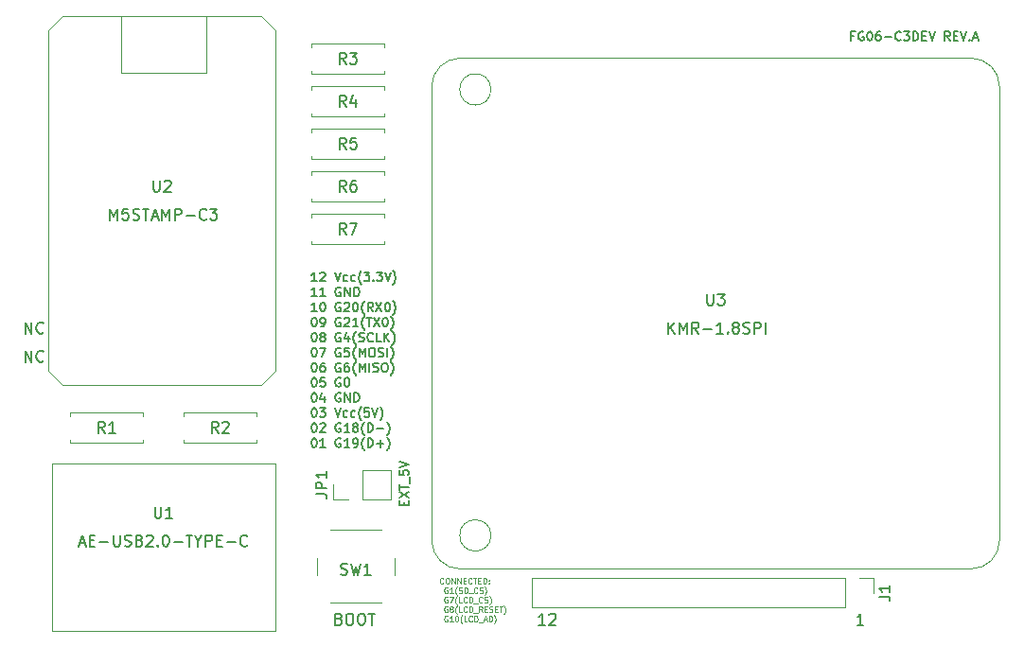
<source format=gto>
G04 #@! TF.GenerationSoftware,KiCad,Pcbnew,5.1.5+dfsg1-2build2*
G04 #@! TF.CreationDate,2021-12-20T12:54:09+09:00*
G04 #@! TF.ProjectId,genesis-sound-card-rev2,67656e65-7369-4732-9d73-6f756e642d63,rev?*
G04 #@! TF.SameCoordinates,Original*
G04 #@! TF.FileFunction,Legend,Top*
G04 #@! TF.FilePolarity,Positive*
%FSLAX46Y46*%
G04 Gerber Fmt 4.6, Leading zero omitted, Abs format (unit mm)*
G04 Created by KiCad (PCBNEW 5.1.5+dfsg1-2build2) date 2021-12-20 12:54:09*
%MOMM*%
%LPD*%
G04 APERTURE LIST*
%ADD10C,0.150000*%
%ADD11C,0.100000*%
%ADD12C,0.120000*%
%ADD13R,1.724000X1.724000*%
%ADD14C,1.724000*%
%ADD15O,1.800000X1.800000*%
%ADD16C,1.800000*%
%ADD17O,1.900000X1.900000*%
%ADD18R,1.900000X1.900000*%
%ADD19C,2.200000*%
%ADD20C,3.700000*%
G04 APERTURE END LIST*
D10*
X68937023Y-82766904D02*
X68479880Y-82766904D01*
X68708452Y-82766904D02*
X68708452Y-81966904D01*
X68632261Y-82081190D01*
X68556071Y-82157380D01*
X68479880Y-82195476D01*
X69241785Y-82043095D02*
X69279880Y-82005000D01*
X69356071Y-81966904D01*
X69546547Y-81966904D01*
X69622738Y-82005000D01*
X69660833Y-82043095D01*
X69698928Y-82119285D01*
X69698928Y-82195476D01*
X69660833Y-82309761D01*
X69203690Y-82766904D01*
X69698928Y-82766904D01*
X70537023Y-81966904D02*
X70803690Y-82766904D01*
X71070357Y-81966904D01*
X71679880Y-82728809D02*
X71603690Y-82766904D01*
X71451309Y-82766904D01*
X71375119Y-82728809D01*
X71337023Y-82690714D01*
X71298928Y-82614523D01*
X71298928Y-82385952D01*
X71337023Y-82309761D01*
X71375119Y-82271666D01*
X71451309Y-82233571D01*
X71603690Y-82233571D01*
X71679880Y-82271666D01*
X72365595Y-82728809D02*
X72289404Y-82766904D01*
X72137023Y-82766904D01*
X72060833Y-82728809D01*
X72022738Y-82690714D01*
X71984642Y-82614523D01*
X71984642Y-82385952D01*
X72022738Y-82309761D01*
X72060833Y-82271666D01*
X72137023Y-82233571D01*
X72289404Y-82233571D01*
X72365595Y-82271666D01*
X72937023Y-83071666D02*
X72898928Y-83033571D01*
X72822738Y-82919285D01*
X72784642Y-82843095D01*
X72746547Y-82728809D01*
X72708452Y-82538333D01*
X72708452Y-82385952D01*
X72746547Y-82195476D01*
X72784642Y-82081190D01*
X72822738Y-82005000D01*
X72898928Y-81890714D01*
X72937023Y-81852619D01*
X73165595Y-81966904D02*
X73660833Y-81966904D01*
X73394166Y-82271666D01*
X73508452Y-82271666D01*
X73584642Y-82309761D01*
X73622738Y-82347857D01*
X73660833Y-82424047D01*
X73660833Y-82614523D01*
X73622738Y-82690714D01*
X73584642Y-82728809D01*
X73508452Y-82766904D01*
X73279880Y-82766904D01*
X73203690Y-82728809D01*
X73165595Y-82690714D01*
X74003690Y-82690714D02*
X74041785Y-82728809D01*
X74003690Y-82766904D01*
X73965595Y-82728809D01*
X74003690Y-82690714D01*
X74003690Y-82766904D01*
X74308452Y-81966904D02*
X74803690Y-81966904D01*
X74537023Y-82271666D01*
X74651309Y-82271666D01*
X74727500Y-82309761D01*
X74765595Y-82347857D01*
X74803690Y-82424047D01*
X74803690Y-82614523D01*
X74765595Y-82690714D01*
X74727500Y-82728809D01*
X74651309Y-82766904D01*
X74422738Y-82766904D01*
X74346547Y-82728809D01*
X74308452Y-82690714D01*
X75032261Y-81966904D02*
X75298928Y-82766904D01*
X75565595Y-81966904D01*
X75756071Y-83071666D02*
X75794166Y-83033571D01*
X75870357Y-82919285D01*
X75908452Y-82843095D01*
X75946547Y-82728809D01*
X75984642Y-82538333D01*
X75984642Y-82385952D01*
X75946547Y-82195476D01*
X75908452Y-82081190D01*
X75870357Y-82005000D01*
X75794166Y-81890714D01*
X75756071Y-81852619D01*
X68937023Y-84116904D02*
X68479880Y-84116904D01*
X68708452Y-84116904D02*
X68708452Y-83316904D01*
X68632261Y-83431190D01*
X68556071Y-83507380D01*
X68479880Y-83545476D01*
X69698928Y-84116904D02*
X69241785Y-84116904D01*
X69470357Y-84116904D02*
X69470357Y-83316904D01*
X69394166Y-83431190D01*
X69317976Y-83507380D01*
X69241785Y-83545476D01*
X71070357Y-83355000D02*
X70994166Y-83316904D01*
X70879880Y-83316904D01*
X70765595Y-83355000D01*
X70689404Y-83431190D01*
X70651309Y-83507380D01*
X70613214Y-83659761D01*
X70613214Y-83774047D01*
X70651309Y-83926428D01*
X70689404Y-84002619D01*
X70765595Y-84078809D01*
X70879880Y-84116904D01*
X70956071Y-84116904D01*
X71070357Y-84078809D01*
X71108452Y-84040714D01*
X71108452Y-83774047D01*
X70956071Y-83774047D01*
X71451309Y-84116904D02*
X71451309Y-83316904D01*
X71908452Y-84116904D01*
X71908452Y-83316904D01*
X72289404Y-84116904D02*
X72289404Y-83316904D01*
X72479880Y-83316904D01*
X72594166Y-83355000D01*
X72670357Y-83431190D01*
X72708452Y-83507380D01*
X72746547Y-83659761D01*
X72746547Y-83774047D01*
X72708452Y-83926428D01*
X72670357Y-84002619D01*
X72594166Y-84078809D01*
X72479880Y-84116904D01*
X72289404Y-84116904D01*
X68937023Y-85466904D02*
X68479880Y-85466904D01*
X68708452Y-85466904D02*
X68708452Y-84666904D01*
X68632261Y-84781190D01*
X68556071Y-84857380D01*
X68479880Y-84895476D01*
X69432261Y-84666904D02*
X69508452Y-84666904D01*
X69584642Y-84705000D01*
X69622738Y-84743095D01*
X69660833Y-84819285D01*
X69698928Y-84971666D01*
X69698928Y-85162142D01*
X69660833Y-85314523D01*
X69622738Y-85390714D01*
X69584642Y-85428809D01*
X69508452Y-85466904D01*
X69432261Y-85466904D01*
X69356071Y-85428809D01*
X69317976Y-85390714D01*
X69279880Y-85314523D01*
X69241785Y-85162142D01*
X69241785Y-84971666D01*
X69279880Y-84819285D01*
X69317976Y-84743095D01*
X69356071Y-84705000D01*
X69432261Y-84666904D01*
X71070357Y-84705000D02*
X70994166Y-84666904D01*
X70879880Y-84666904D01*
X70765595Y-84705000D01*
X70689404Y-84781190D01*
X70651309Y-84857380D01*
X70613214Y-85009761D01*
X70613214Y-85124047D01*
X70651309Y-85276428D01*
X70689404Y-85352619D01*
X70765595Y-85428809D01*
X70879880Y-85466904D01*
X70956071Y-85466904D01*
X71070357Y-85428809D01*
X71108452Y-85390714D01*
X71108452Y-85124047D01*
X70956071Y-85124047D01*
X71413214Y-84743095D02*
X71451309Y-84705000D01*
X71527500Y-84666904D01*
X71717976Y-84666904D01*
X71794166Y-84705000D01*
X71832261Y-84743095D01*
X71870357Y-84819285D01*
X71870357Y-84895476D01*
X71832261Y-85009761D01*
X71375119Y-85466904D01*
X71870357Y-85466904D01*
X72365595Y-84666904D02*
X72441785Y-84666904D01*
X72517976Y-84705000D01*
X72556071Y-84743095D01*
X72594166Y-84819285D01*
X72632261Y-84971666D01*
X72632261Y-85162142D01*
X72594166Y-85314523D01*
X72556071Y-85390714D01*
X72517976Y-85428809D01*
X72441785Y-85466904D01*
X72365595Y-85466904D01*
X72289404Y-85428809D01*
X72251309Y-85390714D01*
X72213214Y-85314523D01*
X72175119Y-85162142D01*
X72175119Y-84971666D01*
X72213214Y-84819285D01*
X72251309Y-84743095D01*
X72289404Y-84705000D01*
X72365595Y-84666904D01*
X73203690Y-85771666D02*
X73165595Y-85733571D01*
X73089404Y-85619285D01*
X73051309Y-85543095D01*
X73013214Y-85428809D01*
X72975119Y-85238333D01*
X72975119Y-85085952D01*
X73013214Y-84895476D01*
X73051309Y-84781190D01*
X73089404Y-84705000D01*
X73165595Y-84590714D01*
X73203690Y-84552619D01*
X73965595Y-85466904D02*
X73698928Y-85085952D01*
X73508452Y-85466904D02*
X73508452Y-84666904D01*
X73813214Y-84666904D01*
X73889404Y-84705000D01*
X73927500Y-84743095D01*
X73965595Y-84819285D01*
X73965595Y-84933571D01*
X73927500Y-85009761D01*
X73889404Y-85047857D01*
X73813214Y-85085952D01*
X73508452Y-85085952D01*
X74232261Y-84666904D02*
X74765595Y-85466904D01*
X74765595Y-84666904D02*
X74232261Y-85466904D01*
X75222738Y-84666904D02*
X75298928Y-84666904D01*
X75375119Y-84705000D01*
X75413214Y-84743095D01*
X75451309Y-84819285D01*
X75489404Y-84971666D01*
X75489404Y-85162142D01*
X75451309Y-85314523D01*
X75413214Y-85390714D01*
X75375119Y-85428809D01*
X75298928Y-85466904D01*
X75222738Y-85466904D01*
X75146547Y-85428809D01*
X75108452Y-85390714D01*
X75070357Y-85314523D01*
X75032261Y-85162142D01*
X75032261Y-84971666D01*
X75070357Y-84819285D01*
X75108452Y-84743095D01*
X75146547Y-84705000D01*
X75222738Y-84666904D01*
X75756071Y-85771666D02*
X75794166Y-85733571D01*
X75870357Y-85619285D01*
X75908452Y-85543095D01*
X75946547Y-85428809D01*
X75984642Y-85238333D01*
X75984642Y-85085952D01*
X75946547Y-84895476D01*
X75908452Y-84781190D01*
X75870357Y-84705000D01*
X75794166Y-84590714D01*
X75756071Y-84552619D01*
X68670357Y-86016904D02*
X68746547Y-86016904D01*
X68822738Y-86055000D01*
X68860833Y-86093095D01*
X68898928Y-86169285D01*
X68937023Y-86321666D01*
X68937023Y-86512142D01*
X68898928Y-86664523D01*
X68860833Y-86740714D01*
X68822738Y-86778809D01*
X68746547Y-86816904D01*
X68670357Y-86816904D01*
X68594166Y-86778809D01*
X68556071Y-86740714D01*
X68517976Y-86664523D01*
X68479880Y-86512142D01*
X68479880Y-86321666D01*
X68517976Y-86169285D01*
X68556071Y-86093095D01*
X68594166Y-86055000D01*
X68670357Y-86016904D01*
X69317976Y-86816904D02*
X69470357Y-86816904D01*
X69546547Y-86778809D01*
X69584642Y-86740714D01*
X69660833Y-86626428D01*
X69698928Y-86474047D01*
X69698928Y-86169285D01*
X69660833Y-86093095D01*
X69622738Y-86055000D01*
X69546547Y-86016904D01*
X69394166Y-86016904D01*
X69317976Y-86055000D01*
X69279880Y-86093095D01*
X69241785Y-86169285D01*
X69241785Y-86359761D01*
X69279880Y-86435952D01*
X69317976Y-86474047D01*
X69394166Y-86512142D01*
X69546547Y-86512142D01*
X69622738Y-86474047D01*
X69660833Y-86435952D01*
X69698928Y-86359761D01*
X71070357Y-86055000D02*
X70994166Y-86016904D01*
X70879880Y-86016904D01*
X70765595Y-86055000D01*
X70689404Y-86131190D01*
X70651309Y-86207380D01*
X70613214Y-86359761D01*
X70613214Y-86474047D01*
X70651309Y-86626428D01*
X70689404Y-86702619D01*
X70765595Y-86778809D01*
X70879880Y-86816904D01*
X70956071Y-86816904D01*
X71070357Y-86778809D01*
X71108452Y-86740714D01*
X71108452Y-86474047D01*
X70956071Y-86474047D01*
X71413214Y-86093095D02*
X71451309Y-86055000D01*
X71527500Y-86016904D01*
X71717976Y-86016904D01*
X71794166Y-86055000D01*
X71832261Y-86093095D01*
X71870357Y-86169285D01*
X71870357Y-86245476D01*
X71832261Y-86359761D01*
X71375119Y-86816904D01*
X71870357Y-86816904D01*
X72632261Y-86816904D02*
X72175119Y-86816904D01*
X72403690Y-86816904D02*
X72403690Y-86016904D01*
X72327500Y-86131190D01*
X72251309Y-86207380D01*
X72175119Y-86245476D01*
X73203690Y-87121666D02*
X73165595Y-87083571D01*
X73089404Y-86969285D01*
X73051309Y-86893095D01*
X73013214Y-86778809D01*
X72975119Y-86588333D01*
X72975119Y-86435952D01*
X73013214Y-86245476D01*
X73051309Y-86131190D01*
X73089404Y-86055000D01*
X73165595Y-85940714D01*
X73203690Y-85902619D01*
X73394166Y-86016904D02*
X73851309Y-86016904D01*
X73622738Y-86816904D02*
X73622738Y-86016904D01*
X74041785Y-86016904D02*
X74575119Y-86816904D01*
X74575119Y-86016904D02*
X74041785Y-86816904D01*
X75032261Y-86016904D02*
X75108452Y-86016904D01*
X75184642Y-86055000D01*
X75222738Y-86093095D01*
X75260833Y-86169285D01*
X75298928Y-86321666D01*
X75298928Y-86512142D01*
X75260833Y-86664523D01*
X75222738Y-86740714D01*
X75184642Y-86778809D01*
X75108452Y-86816904D01*
X75032261Y-86816904D01*
X74956071Y-86778809D01*
X74917976Y-86740714D01*
X74879880Y-86664523D01*
X74841785Y-86512142D01*
X74841785Y-86321666D01*
X74879880Y-86169285D01*
X74917976Y-86093095D01*
X74956071Y-86055000D01*
X75032261Y-86016904D01*
X75565595Y-87121666D02*
X75603690Y-87083571D01*
X75679880Y-86969285D01*
X75717976Y-86893095D01*
X75756071Y-86778809D01*
X75794166Y-86588333D01*
X75794166Y-86435952D01*
X75756071Y-86245476D01*
X75717976Y-86131190D01*
X75679880Y-86055000D01*
X75603690Y-85940714D01*
X75565595Y-85902619D01*
X68670357Y-87366904D02*
X68746547Y-87366904D01*
X68822738Y-87405000D01*
X68860833Y-87443095D01*
X68898928Y-87519285D01*
X68937023Y-87671666D01*
X68937023Y-87862142D01*
X68898928Y-88014523D01*
X68860833Y-88090714D01*
X68822738Y-88128809D01*
X68746547Y-88166904D01*
X68670357Y-88166904D01*
X68594166Y-88128809D01*
X68556071Y-88090714D01*
X68517976Y-88014523D01*
X68479880Y-87862142D01*
X68479880Y-87671666D01*
X68517976Y-87519285D01*
X68556071Y-87443095D01*
X68594166Y-87405000D01*
X68670357Y-87366904D01*
X69394166Y-87709761D02*
X69317976Y-87671666D01*
X69279880Y-87633571D01*
X69241785Y-87557380D01*
X69241785Y-87519285D01*
X69279880Y-87443095D01*
X69317976Y-87405000D01*
X69394166Y-87366904D01*
X69546547Y-87366904D01*
X69622738Y-87405000D01*
X69660833Y-87443095D01*
X69698928Y-87519285D01*
X69698928Y-87557380D01*
X69660833Y-87633571D01*
X69622738Y-87671666D01*
X69546547Y-87709761D01*
X69394166Y-87709761D01*
X69317976Y-87747857D01*
X69279880Y-87785952D01*
X69241785Y-87862142D01*
X69241785Y-88014523D01*
X69279880Y-88090714D01*
X69317976Y-88128809D01*
X69394166Y-88166904D01*
X69546547Y-88166904D01*
X69622738Y-88128809D01*
X69660833Y-88090714D01*
X69698928Y-88014523D01*
X69698928Y-87862142D01*
X69660833Y-87785952D01*
X69622738Y-87747857D01*
X69546547Y-87709761D01*
X71070357Y-87405000D02*
X70994166Y-87366904D01*
X70879880Y-87366904D01*
X70765595Y-87405000D01*
X70689404Y-87481190D01*
X70651309Y-87557380D01*
X70613214Y-87709761D01*
X70613214Y-87824047D01*
X70651309Y-87976428D01*
X70689404Y-88052619D01*
X70765595Y-88128809D01*
X70879880Y-88166904D01*
X70956071Y-88166904D01*
X71070357Y-88128809D01*
X71108452Y-88090714D01*
X71108452Y-87824047D01*
X70956071Y-87824047D01*
X71794166Y-87633571D02*
X71794166Y-88166904D01*
X71603690Y-87328809D02*
X71413214Y-87900238D01*
X71908452Y-87900238D01*
X72441785Y-88471666D02*
X72403690Y-88433571D01*
X72327500Y-88319285D01*
X72289404Y-88243095D01*
X72251309Y-88128809D01*
X72213214Y-87938333D01*
X72213214Y-87785952D01*
X72251309Y-87595476D01*
X72289404Y-87481190D01*
X72327500Y-87405000D01*
X72403690Y-87290714D01*
X72441785Y-87252619D01*
X72708452Y-88128809D02*
X72822738Y-88166904D01*
X73013214Y-88166904D01*
X73089404Y-88128809D01*
X73127500Y-88090714D01*
X73165595Y-88014523D01*
X73165595Y-87938333D01*
X73127500Y-87862142D01*
X73089404Y-87824047D01*
X73013214Y-87785952D01*
X72860833Y-87747857D01*
X72784642Y-87709761D01*
X72746547Y-87671666D01*
X72708452Y-87595476D01*
X72708452Y-87519285D01*
X72746547Y-87443095D01*
X72784642Y-87405000D01*
X72860833Y-87366904D01*
X73051309Y-87366904D01*
X73165595Y-87405000D01*
X73965595Y-88090714D02*
X73927500Y-88128809D01*
X73813214Y-88166904D01*
X73737023Y-88166904D01*
X73622738Y-88128809D01*
X73546547Y-88052619D01*
X73508452Y-87976428D01*
X73470357Y-87824047D01*
X73470357Y-87709761D01*
X73508452Y-87557380D01*
X73546547Y-87481190D01*
X73622738Y-87405000D01*
X73737023Y-87366904D01*
X73813214Y-87366904D01*
X73927500Y-87405000D01*
X73965595Y-87443095D01*
X74689404Y-88166904D02*
X74308452Y-88166904D01*
X74308452Y-87366904D01*
X74956071Y-88166904D02*
X74956071Y-87366904D01*
X75413214Y-88166904D02*
X75070357Y-87709761D01*
X75413214Y-87366904D02*
X74956071Y-87824047D01*
X75679880Y-88471666D02*
X75717976Y-88433571D01*
X75794166Y-88319285D01*
X75832261Y-88243095D01*
X75870357Y-88128809D01*
X75908452Y-87938333D01*
X75908452Y-87785952D01*
X75870357Y-87595476D01*
X75832261Y-87481190D01*
X75794166Y-87405000D01*
X75717976Y-87290714D01*
X75679880Y-87252619D01*
X68670357Y-88716904D02*
X68746547Y-88716904D01*
X68822738Y-88755000D01*
X68860833Y-88793095D01*
X68898928Y-88869285D01*
X68937023Y-89021666D01*
X68937023Y-89212142D01*
X68898928Y-89364523D01*
X68860833Y-89440714D01*
X68822738Y-89478809D01*
X68746547Y-89516904D01*
X68670357Y-89516904D01*
X68594166Y-89478809D01*
X68556071Y-89440714D01*
X68517976Y-89364523D01*
X68479880Y-89212142D01*
X68479880Y-89021666D01*
X68517976Y-88869285D01*
X68556071Y-88793095D01*
X68594166Y-88755000D01*
X68670357Y-88716904D01*
X69203690Y-88716904D02*
X69737023Y-88716904D01*
X69394166Y-89516904D01*
X71070357Y-88755000D02*
X70994166Y-88716904D01*
X70879880Y-88716904D01*
X70765595Y-88755000D01*
X70689404Y-88831190D01*
X70651309Y-88907380D01*
X70613214Y-89059761D01*
X70613214Y-89174047D01*
X70651309Y-89326428D01*
X70689404Y-89402619D01*
X70765595Y-89478809D01*
X70879880Y-89516904D01*
X70956071Y-89516904D01*
X71070357Y-89478809D01*
X71108452Y-89440714D01*
X71108452Y-89174047D01*
X70956071Y-89174047D01*
X71832261Y-88716904D02*
X71451309Y-88716904D01*
X71413214Y-89097857D01*
X71451309Y-89059761D01*
X71527500Y-89021666D01*
X71717976Y-89021666D01*
X71794166Y-89059761D01*
X71832261Y-89097857D01*
X71870357Y-89174047D01*
X71870357Y-89364523D01*
X71832261Y-89440714D01*
X71794166Y-89478809D01*
X71717976Y-89516904D01*
X71527500Y-89516904D01*
X71451309Y-89478809D01*
X71413214Y-89440714D01*
X72441785Y-89821666D02*
X72403690Y-89783571D01*
X72327500Y-89669285D01*
X72289404Y-89593095D01*
X72251309Y-89478809D01*
X72213214Y-89288333D01*
X72213214Y-89135952D01*
X72251309Y-88945476D01*
X72289404Y-88831190D01*
X72327500Y-88755000D01*
X72403690Y-88640714D01*
X72441785Y-88602619D01*
X72746547Y-89516904D02*
X72746547Y-88716904D01*
X73013214Y-89288333D01*
X73279880Y-88716904D01*
X73279880Y-89516904D01*
X73813214Y-88716904D02*
X73965595Y-88716904D01*
X74041785Y-88755000D01*
X74117976Y-88831190D01*
X74156071Y-88983571D01*
X74156071Y-89250238D01*
X74117976Y-89402619D01*
X74041785Y-89478809D01*
X73965595Y-89516904D01*
X73813214Y-89516904D01*
X73737023Y-89478809D01*
X73660833Y-89402619D01*
X73622738Y-89250238D01*
X73622738Y-88983571D01*
X73660833Y-88831190D01*
X73737023Y-88755000D01*
X73813214Y-88716904D01*
X74460833Y-89478809D02*
X74575119Y-89516904D01*
X74765595Y-89516904D01*
X74841785Y-89478809D01*
X74879880Y-89440714D01*
X74917976Y-89364523D01*
X74917976Y-89288333D01*
X74879880Y-89212142D01*
X74841785Y-89174047D01*
X74765595Y-89135952D01*
X74613214Y-89097857D01*
X74537023Y-89059761D01*
X74498928Y-89021666D01*
X74460833Y-88945476D01*
X74460833Y-88869285D01*
X74498928Y-88793095D01*
X74537023Y-88755000D01*
X74613214Y-88716904D01*
X74803690Y-88716904D01*
X74917976Y-88755000D01*
X75260833Y-89516904D02*
X75260833Y-88716904D01*
X75565595Y-89821666D02*
X75603690Y-89783571D01*
X75679880Y-89669285D01*
X75717976Y-89593095D01*
X75756071Y-89478809D01*
X75794166Y-89288333D01*
X75794166Y-89135952D01*
X75756071Y-88945476D01*
X75717976Y-88831190D01*
X75679880Y-88755000D01*
X75603690Y-88640714D01*
X75565595Y-88602619D01*
X68670357Y-90066904D02*
X68746547Y-90066904D01*
X68822738Y-90105000D01*
X68860833Y-90143095D01*
X68898928Y-90219285D01*
X68937023Y-90371666D01*
X68937023Y-90562142D01*
X68898928Y-90714523D01*
X68860833Y-90790714D01*
X68822738Y-90828809D01*
X68746547Y-90866904D01*
X68670357Y-90866904D01*
X68594166Y-90828809D01*
X68556071Y-90790714D01*
X68517976Y-90714523D01*
X68479880Y-90562142D01*
X68479880Y-90371666D01*
X68517976Y-90219285D01*
X68556071Y-90143095D01*
X68594166Y-90105000D01*
X68670357Y-90066904D01*
X69622738Y-90066904D02*
X69470357Y-90066904D01*
X69394166Y-90105000D01*
X69356071Y-90143095D01*
X69279880Y-90257380D01*
X69241785Y-90409761D01*
X69241785Y-90714523D01*
X69279880Y-90790714D01*
X69317976Y-90828809D01*
X69394166Y-90866904D01*
X69546547Y-90866904D01*
X69622738Y-90828809D01*
X69660833Y-90790714D01*
X69698928Y-90714523D01*
X69698928Y-90524047D01*
X69660833Y-90447857D01*
X69622738Y-90409761D01*
X69546547Y-90371666D01*
X69394166Y-90371666D01*
X69317976Y-90409761D01*
X69279880Y-90447857D01*
X69241785Y-90524047D01*
X71070357Y-90105000D02*
X70994166Y-90066904D01*
X70879880Y-90066904D01*
X70765595Y-90105000D01*
X70689404Y-90181190D01*
X70651309Y-90257380D01*
X70613214Y-90409761D01*
X70613214Y-90524047D01*
X70651309Y-90676428D01*
X70689404Y-90752619D01*
X70765595Y-90828809D01*
X70879880Y-90866904D01*
X70956071Y-90866904D01*
X71070357Y-90828809D01*
X71108452Y-90790714D01*
X71108452Y-90524047D01*
X70956071Y-90524047D01*
X71794166Y-90066904D02*
X71641785Y-90066904D01*
X71565595Y-90105000D01*
X71527500Y-90143095D01*
X71451309Y-90257380D01*
X71413214Y-90409761D01*
X71413214Y-90714523D01*
X71451309Y-90790714D01*
X71489404Y-90828809D01*
X71565595Y-90866904D01*
X71717976Y-90866904D01*
X71794166Y-90828809D01*
X71832261Y-90790714D01*
X71870357Y-90714523D01*
X71870357Y-90524047D01*
X71832261Y-90447857D01*
X71794166Y-90409761D01*
X71717976Y-90371666D01*
X71565595Y-90371666D01*
X71489404Y-90409761D01*
X71451309Y-90447857D01*
X71413214Y-90524047D01*
X72441785Y-91171666D02*
X72403690Y-91133571D01*
X72327500Y-91019285D01*
X72289404Y-90943095D01*
X72251309Y-90828809D01*
X72213214Y-90638333D01*
X72213214Y-90485952D01*
X72251309Y-90295476D01*
X72289404Y-90181190D01*
X72327500Y-90105000D01*
X72403690Y-89990714D01*
X72441785Y-89952619D01*
X72746547Y-90866904D02*
X72746547Y-90066904D01*
X73013214Y-90638333D01*
X73279880Y-90066904D01*
X73279880Y-90866904D01*
X73660833Y-90866904D02*
X73660833Y-90066904D01*
X74003690Y-90828809D02*
X74117976Y-90866904D01*
X74308452Y-90866904D01*
X74384642Y-90828809D01*
X74422738Y-90790714D01*
X74460833Y-90714523D01*
X74460833Y-90638333D01*
X74422738Y-90562142D01*
X74384642Y-90524047D01*
X74308452Y-90485952D01*
X74156071Y-90447857D01*
X74079880Y-90409761D01*
X74041785Y-90371666D01*
X74003690Y-90295476D01*
X74003690Y-90219285D01*
X74041785Y-90143095D01*
X74079880Y-90105000D01*
X74156071Y-90066904D01*
X74346547Y-90066904D01*
X74460833Y-90105000D01*
X74956071Y-90066904D02*
X75108452Y-90066904D01*
X75184642Y-90105000D01*
X75260833Y-90181190D01*
X75298928Y-90333571D01*
X75298928Y-90600238D01*
X75260833Y-90752619D01*
X75184642Y-90828809D01*
X75108452Y-90866904D01*
X74956071Y-90866904D01*
X74879880Y-90828809D01*
X74803690Y-90752619D01*
X74765595Y-90600238D01*
X74765595Y-90333571D01*
X74803690Y-90181190D01*
X74879880Y-90105000D01*
X74956071Y-90066904D01*
X75565595Y-91171666D02*
X75603690Y-91133571D01*
X75679880Y-91019285D01*
X75717976Y-90943095D01*
X75756071Y-90828809D01*
X75794166Y-90638333D01*
X75794166Y-90485952D01*
X75756071Y-90295476D01*
X75717976Y-90181190D01*
X75679880Y-90105000D01*
X75603690Y-89990714D01*
X75565595Y-89952619D01*
X68670357Y-91416904D02*
X68746547Y-91416904D01*
X68822738Y-91455000D01*
X68860833Y-91493095D01*
X68898928Y-91569285D01*
X68937023Y-91721666D01*
X68937023Y-91912142D01*
X68898928Y-92064523D01*
X68860833Y-92140714D01*
X68822738Y-92178809D01*
X68746547Y-92216904D01*
X68670357Y-92216904D01*
X68594166Y-92178809D01*
X68556071Y-92140714D01*
X68517976Y-92064523D01*
X68479880Y-91912142D01*
X68479880Y-91721666D01*
X68517976Y-91569285D01*
X68556071Y-91493095D01*
X68594166Y-91455000D01*
X68670357Y-91416904D01*
X69660833Y-91416904D02*
X69279880Y-91416904D01*
X69241785Y-91797857D01*
X69279880Y-91759761D01*
X69356071Y-91721666D01*
X69546547Y-91721666D01*
X69622738Y-91759761D01*
X69660833Y-91797857D01*
X69698928Y-91874047D01*
X69698928Y-92064523D01*
X69660833Y-92140714D01*
X69622738Y-92178809D01*
X69546547Y-92216904D01*
X69356071Y-92216904D01*
X69279880Y-92178809D01*
X69241785Y-92140714D01*
X71070357Y-91455000D02*
X70994166Y-91416904D01*
X70879880Y-91416904D01*
X70765595Y-91455000D01*
X70689404Y-91531190D01*
X70651309Y-91607380D01*
X70613214Y-91759761D01*
X70613214Y-91874047D01*
X70651309Y-92026428D01*
X70689404Y-92102619D01*
X70765595Y-92178809D01*
X70879880Y-92216904D01*
X70956071Y-92216904D01*
X71070357Y-92178809D01*
X71108452Y-92140714D01*
X71108452Y-91874047D01*
X70956071Y-91874047D01*
X71603690Y-91416904D02*
X71679880Y-91416904D01*
X71756071Y-91455000D01*
X71794166Y-91493095D01*
X71832261Y-91569285D01*
X71870357Y-91721666D01*
X71870357Y-91912142D01*
X71832261Y-92064523D01*
X71794166Y-92140714D01*
X71756071Y-92178809D01*
X71679880Y-92216904D01*
X71603690Y-92216904D01*
X71527500Y-92178809D01*
X71489404Y-92140714D01*
X71451309Y-92064523D01*
X71413214Y-91912142D01*
X71413214Y-91721666D01*
X71451309Y-91569285D01*
X71489404Y-91493095D01*
X71527500Y-91455000D01*
X71603690Y-91416904D01*
X68670357Y-92766904D02*
X68746547Y-92766904D01*
X68822738Y-92805000D01*
X68860833Y-92843095D01*
X68898928Y-92919285D01*
X68937023Y-93071666D01*
X68937023Y-93262142D01*
X68898928Y-93414523D01*
X68860833Y-93490714D01*
X68822738Y-93528809D01*
X68746547Y-93566904D01*
X68670357Y-93566904D01*
X68594166Y-93528809D01*
X68556071Y-93490714D01*
X68517976Y-93414523D01*
X68479880Y-93262142D01*
X68479880Y-93071666D01*
X68517976Y-92919285D01*
X68556071Y-92843095D01*
X68594166Y-92805000D01*
X68670357Y-92766904D01*
X69622738Y-93033571D02*
X69622738Y-93566904D01*
X69432261Y-92728809D02*
X69241785Y-93300238D01*
X69737023Y-93300238D01*
X71070357Y-92805000D02*
X70994166Y-92766904D01*
X70879880Y-92766904D01*
X70765595Y-92805000D01*
X70689404Y-92881190D01*
X70651309Y-92957380D01*
X70613214Y-93109761D01*
X70613214Y-93224047D01*
X70651309Y-93376428D01*
X70689404Y-93452619D01*
X70765595Y-93528809D01*
X70879880Y-93566904D01*
X70956071Y-93566904D01*
X71070357Y-93528809D01*
X71108452Y-93490714D01*
X71108452Y-93224047D01*
X70956071Y-93224047D01*
X71451309Y-93566904D02*
X71451309Y-92766904D01*
X71908452Y-93566904D01*
X71908452Y-92766904D01*
X72289404Y-93566904D02*
X72289404Y-92766904D01*
X72479880Y-92766904D01*
X72594166Y-92805000D01*
X72670357Y-92881190D01*
X72708452Y-92957380D01*
X72746547Y-93109761D01*
X72746547Y-93224047D01*
X72708452Y-93376428D01*
X72670357Y-93452619D01*
X72594166Y-93528809D01*
X72479880Y-93566904D01*
X72289404Y-93566904D01*
X68670357Y-94116904D02*
X68746547Y-94116904D01*
X68822738Y-94155000D01*
X68860833Y-94193095D01*
X68898928Y-94269285D01*
X68937023Y-94421666D01*
X68937023Y-94612142D01*
X68898928Y-94764523D01*
X68860833Y-94840714D01*
X68822738Y-94878809D01*
X68746547Y-94916904D01*
X68670357Y-94916904D01*
X68594166Y-94878809D01*
X68556071Y-94840714D01*
X68517976Y-94764523D01*
X68479880Y-94612142D01*
X68479880Y-94421666D01*
X68517976Y-94269285D01*
X68556071Y-94193095D01*
X68594166Y-94155000D01*
X68670357Y-94116904D01*
X69203690Y-94116904D02*
X69698928Y-94116904D01*
X69432261Y-94421666D01*
X69546547Y-94421666D01*
X69622738Y-94459761D01*
X69660833Y-94497857D01*
X69698928Y-94574047D01*
X69698928Y-94764523D01*
X69660833Y-94840714D01*
X69622738Y-94878809D01*
X69546547Y-94916904D01*
X69317976Y-94916904D01*
X69241785Y-94878809D01*
X69203690Y-94840714D01*
X70537023Y-94116904D02*
X70803690Y-94916904D01*
X71070357Y-94116904D01*
X71679880Y-94878809D02*
X71603690Y-94916904D01*
X71451309Y-94916904D01*
X71375119Y-94878809D01*
X71337023Y-94840714D01*
X71298928Y-94764523D01*
X71298928Y-94535952D01*
X71337023Y-94459761D01*
X71375119Y-94421666D01*
X71451309Y-94383571D01*
X71603690Y-94383571D01*
X71679880Y-94421666D01*
X72365595Y-94878809D02*
X72289404Y-94916904D01*
X72137023Y-94916904D01*
X72060833Y-94878809D01*
X72022738Y-94840714D01*
X71984642Y-94764523D01*
X71984642Y-94535952D01*
X72022738Y-94459761D01*
X72060833Y-94421666D01*
X72137023Y-94383571D01*
X72289404Y-94383571D01*
X72365595Y-94421666D01*
X72937023Y-95221666D02*
X72898928Y-95183571D01*
X72822738Y-95069285D01*
X72784642Y-94993095D01*
X72746547Y-94878809D01*
X72708452Y-94688333D01*
X72708452Y-94535952D01*
X72746547Y-94345476D01*
X72784642Y-94231190D01*
X72822738Y-94155000D01*
X72898928Y-94040714D01*
X72937023Y-94002619D01*
X73622738Y-94116904D02*
X73241785Y-94116904D01*
X73203690Y-94497857D01*
X73241785Y-94459761D01*
X73317976Y-94421666D01*
X73508452Y-94421666D01*
X73584642Y-94459761D01*
X73622738Y-94497857D01*
X73660833Y-94574047D01*
X73660833Y-94764523D01*
X73622738Y-94840714D01*
X73584642Y-94878809D01*
X73508452Y-94916904D01*
X73317976Y-94916904D01*
X73241785Y-94878809D01*
X73203690Y-94840714D01*
X73889404Y-94116904D02*
X74156071Y-94916904D01*
X74422738Y-94116904D01*
X74613214Y-95221666D02*
X74651309Y-95183571D01*
X74727500Y-95069285D01*
X74765595Y-94993095D01*
X74803690Y-94878809D01*
X74841785Y-94688333D01*
X74841785Y-94535952D01*
X74803690Y-94345476D01*
X74765595Y-94231190D01*
X74727500Y-94155000D01*
X74651309Y-94040714D01*
X74613214Y-94002619D01*
X68670357Y-95466904D02*
X68746547Y-95466904D01*
X68822738Y-95505000D01*
X68860833Y-95543095D01*
X68898928Y-95619285D01*
X68937023Y-95771666D01*
X68937023Y-95962142D01*
X68898928Y-96114523D01*
X68860833Y-96190714D01*
X68822738Y-96228809D01*
X68746547Y-96266904D01*
X68670357Y-96266904D01*
X68594166Y-96228809D01*
X68556071Y-96190714D01*
X68517976Y-96114523D01*
X68479880Y-95962142D01*
X68479880Y-95771666D01*
X68517976Y-95619285D01*
X68556071Y-95543095D01*
X68594166Y-95505000D01*
X68670357Y-95466904D01*
X69241785Y-95543095D02*
X69279880Y-95505000D01*
X69356071Y-95466904D01*
X69546547Y-95466904D01*
X69622738Y-95505000D01*
X69660833Y-95543095D01*
X69698928Y-95619285D01*
X69698928Y-95695476D01*
X69660833Y-95809761D01*
X69203690Y-96266904D01*
X69698928Y-96266904D01*
X71070357Y-95505000D02*
X70994166Y-95466904D01*
X70879880Y-95466904D01*
X70765595Y-95505000D01*
X70689404Y-95581190D01*
X70651309Y-95657380D01*
X70613214Y-95809761D01*
X70613214Y-95924047D01*
X70651309Y-96076428D01*
X70689404Y-96152619D01*
X70765595Y-96228809D01*
X70879880Y-96266904D01*
X70956071Y-96266904D01*
X71070357Y-96228809D01*
X71108452Y-96190714D01*
X71108452Y-95924047D01*
X70956071Y-95924047D01*
X71870357Y-96266904D02*
X71413214Y-96266904D01*
X71641785Y-96266904D02*
X71641785Y-95466904D01*
X71565595Y-95581190D01*
X71489404Y-95657380D01*
X71413214Y-95695476D01*
X72327500Y-95809761D02*
X72251309Y-95771666D01*
X72213214Y-95733571D01*
X72175119Y-95657380D01*
X72175119Y-95619285D01*
X72213214Y-95543095D01*
X72251309Y-95505000D01*
X72327500Y-95466904D01*
X72479880Y-95466904D01*
X72556071Y-95505000D01*
X72594166Y-95543095D01*
X72632261Y-95619285D01*
X72632261Y-95657380D01*
X72594166Y-95733571D01*
X72556071Y-95771666D01*
X72479880Y-95809761D01*
X72327500Y-95809761D01*
X72251309Y-95847857D01*
X72213214Y-95885952D01*
X72175119Y-95962142D01*
X72175119Y-96114523D01*
X72213214Y-96190714D01*
X72251309Y-96228809D01*
X72327500Y-96266904D01*
X72479880Y-96266904D01*
X72556071Y-96228809D01*
X72594166Y-96190714D01*
X72632261Y-96114523D01*
X72632261Y-95962142D01*
X72594166Y-95885952D01*
X72556071Y-95847857D01*
X72479880Y-95809761D01*
X73203690Y-96571666D02*
X73165595Y-96533571D01*
X73089404Y-96419285D01*
X73051309Y-96343095D01*
X73013214Y-96228809D01*
X72975119Y-96038333D01*
X72975119Y-95885952D01*
X73013214Y-95695476D01*
X73051309Y-95581190D01*
X73089404Y-95505000D01*
X73165595Y-95390714D01*
X73203690Y-95352619D01*
X73508452Y-96266904D02*
X73508452Y-95466904D01*
X73698928Y-95466904D01*
X73813214Y-95505000D01*
X73889404Y-95581190D01*
X73927500Y-95657380D01*
X73965595Y-95809761D01*
X73965595Y-95924047D01*
X73927500Y-96076428D01*
X73889404Y-96152619D01*
X73813214Y-96228809D01*
X73698928Y-96266904D01*
X73508452Y-96266904D01*
X74308452Y-95962142D02*
X74917976Y-95962142D01*
X75222738Y-96571666D02*
X75260833Y-96533571D01*
X75337023Y-96419285D01*
X75375119Y-96343095D01*
X75413214Y-96228809D01*
X75451309Y-96038333D01*
X75451309Y-95885952D01*
X75413214Y-95695476D01*
X75375119Y-95581190D01*
X75337023Y-95505000D01*
X75260833Y-95390714D01*
X75222738Y-95352619D01*
X68670357Y-96816904D02*
X68746547Y-96816904D01*
X68822738Y-96855000D01*
X68860833Y-96893095D01*
X68898928Y-96969285D01*
X68937023Y-97121666D01*
X68937023Y-97312142D01*
X68898928Y-97464523D01*
X68860833Y-97540714D01*
X68822738Y-97578809D01*
X68746547Y-97616904D01*
X68670357Y-97616904D01*
X68594166Y-97578809D01*
X68556071Y-97540714D01*
X68517976Y-97464523D01*
X68479880Y-97312142D01*
X68479880Y-97121666D01*
X68517976Y-96969285D01*
X68556071Y-96893095D01*
X68594166Y-96855000D01*
X68670357Y-96816904D01*
X69698928Y-97616904D02*
X69241785Y-97616904D01*
X69470357Y-97616904D02*
X69470357Y-96816904D01*
X69394166Y-96931190D01*
X69317976Y-97007380D01*
X69241785Y-97045476D01*
X71070357Y-96855000D02*
X70994166Y-96816904D01*
X70879880Y-96816904D01*
X70765595Y-96855000D01*
X70689404Y-96931190D01*
X70651309Y-97007380D01*
X70613214Y-97159761D01*
X70613214Y-97274047D01*
X70651309Y-97426428D01*
X70689404Y-97502619D01*
X70765595Y-97578809D01*
X70879880Y-97616904D01*
X70956071Y-97616904D01*
X71070357Y-97578809D01*
X71108452Y-97540714D01*
X71108452Y-97274047D01*
X70956071Y-97274047D01*
X71870357Y-97616904D02*
X71413214Y-97616904D01*
X71641785Y-97616904D02*
X71641785Y-96816904D01*
X71565595Y-96931190D01*
X71489404Y-97007380D01*
X71413214Y-97045476D01*
X72251309Y-97616904D02*
X72403690Y-97616904D01*
X72479880Y-97578809D01*
X72517976Y-97540714D01*
X72594166Y-97426428D01*
X72632261Y-97274047D01*
X72632261Y-96969285D01*
X72594166Y-96893095D01*
X72556071Y-96855000D01*
X72479880Y-96816904D01*
X72327500Y-96816904D01*
X72251309Y-96855000D01*
X72213214Y-96893095D01*
X72175119Y-96969285D01*
X72175119Y-97159761D01*
X72213214Y-97235952D01*
X72251309Y-97274047D01*
X72327500Y-97312142D01*
X72479880Y-97312142D01*
X72556071Y-97274047D01*
X72594166Y-97235952D01*
X72632261Y-97159761D01*
X73203690Y-97921666D02*
X73165595Y-97883571D01*
X73089404Y-97769285D01*
X73051309Y-97693095D01*
X73013214Y-97578809D01*
X72975119Y-97388333D01*
X72975119Y-97235952D01*
X73013214Y-97045476D01*
X73051309Y-96931190D01*
X73089404Y-96855000D01*
X73165595Y-96740714D01*
X73203690Y-96702619D01*
X73508452Y-97616904D02*
X73508452Y-96816904D01*
X73698928Y-96816904D01*
X73813214Y-96855000D01*
X73889404Y-96931190D01*
X73927500Y-97007380D01*
X73965595Y-97159761D01*
X73965595Y-97274047D01*
X73927500Y-97426428D01*
X73889404Y-97502619D01*
X73813214Y-97578809D01*
X73698928Y-97616904D01*
X73508452Y-97616904D01*
X74308452Y-97312142D02*
X74917976Y-97312142D01*
X74613214Y-97616904D02*
X74613214Y-97007380D01*
X75222738Y-97921666D02*
X75260833Y-97883571D01*
X75337023Y-97769285D01*
X75375119Y-97693095D01*
X75413214Y-97578809D01*
X75451309Y-97388333D01*
X75451309Y-97235952D01*
X75413214Y-97045476D01*
X75375119Y-96931190D01*
X75337023Y-96855000D01*
X75260833Y-96740714D01*
X75222738Y-96702619D01*
X70942857Y-112998571D02*
X71085714Y-113046190D01*
X71133333Y-113093809D01*
X71180952Y-113189047D01*
X71180952Y-113331904D01*
X71133333Y-113427142D01*
X71085714Y-113474761D01*
X70990476Y-113522380D01*
X70609523Y-113522380D01*
X70609523Y-112522380D01*
X70942857Y-112522380D01*
X71038095Y-112570000D01*
X71085714Y-112617619D01*
X71133333Y-112712857D01*
X71133333Y-112808095D01*
X71085714Y-112903333D01*
X71038095Y-112950952D01*
X70942857Y-112998571D01*
X70609523Y-112998571D01*
X71800000Y-112522380D02*
X71990476Y-112522380D01*
X72085714Y-112570000D01*
X72180952Y-112665238D01*
X72228571Y-112855714D01*
X72228571Y-113189047D01*
X72180952Y-113379523D01*
X72085714Y-113474761D01*
X71990476Y-113522380D01*
X71800000Y-113522380D01*
X71704761Y-113474761D01*
X71609523Y-113379523D01*
X71561904Y-113189047D01*
X71561904Y-112855714D01*
X71609523Y-112665238D01*
X71704761Y-112570000D01*
X71800000Y-112522380D01*
X72847619Y-112522380D02*
X73038095Y-112522380D01*
X73133333Y-112570000D01*
X73228571Y-112665238D01*
X73276190Y-112855714D01*
X73276190Y-113189047D01*
X73228571Y-113379523D01*
X73133333Y-113474761D01*
X73038095Y-113522380D01*
X72847619Y-113522380D01*
X72752380Y-113474761D01*
X72657142Y-113379523D01*
X72609523Y-113189047D01*
X72609523Y-112855714D01*
X72657142Y-112665238D01*
X72752380Y-112570000D01*
X72847619Y-112522380D01*
X73561904Y-112522380D02*
X74133333Y-112522380D01*
X73847619Y-113522380D02*
X73847619Y-112522380D01*
D11*
X80269761Y-109778571D02*
X80245952Y-109802380D01*
X80174523Y-109826190D01*
X80126904Y-109826190D01*
X80055476Y-109802380D01*
X80007857Y-109754761D01*
X79984047Y-109707142D01*
X79960238Y-109611904D01*
X79960238Y-109540476D01*
X79984047Y-109445238D01*
X80007857Y-109397619D01*
X80055476Y-109350000D01*
X80126904Y-109326190D01*
X80174523Y-109326190D01*
X80245952Y-109350000D01*
X80269761Y-109373809D01*
X80579285Y-109326190D02*
X80674523Y-109326190D01*
X80722142Y-109350000D01*
X80769761Y-109397619D01*
X80793571Y-109492857D01*
X80793571Y-109659523D01*
X80769761Y-109754761D01*
X80722142Y-109802380D01*
X80674523Y-109826190D01*
X80579285Y-109826190D01*
X80531666Y-109802380D01*
X80484047Y-109754761D01*
X80460238Y-109659523D01*
X80460238Y-109492857D01*
X80484047Y-109397619D01*
X80531666Y-109350000D01*
X80579285Y-109326190D01*
X81007857Y-109826190D02*
X81007857Y-109326190D01*
X81293571Y-109826190D01*
X81293571Y-109326190D01*
X81531666Y-109826190D02*
X81531666Y-109326190D01*
X81817380Y-109826190D01*
X81817380Y-109326190D01*
X82055476Y-109564285D02*
X82222142Y-109564285D01*
X82293571Y-109826190D02*
X82055476Y-109826190D01*
X82055476Y-109326190D01*
X82293571Y-109326190D01*
X82793571Y-109778571D02*
X82769761Y-109802380D01*
X82698333Y-109826190D01*
X82650714Y-109826190D01*
X82579285Y-109802380D01*
X82531666Y-109754761D01*
X82507857Y-109707142D01*
X82484047Y-109611904D01*
X82484047Y-109540476D01*
X82507857Y-109445238D01*
X82531666Y-109397619D01*
X82579285Y-109350000D01*
X82650714Y-109326190D01*
X82698333Y-109326190D01*
X82769761Y-109350000D01*
X82793571Y-109373809D01*
X82936428Y-109326190D02*
X83222142Y-109326190D01*
X83079285Y-109826190D02*
X83079285Y-109326190D01*
X83388809Y-109564285D02*
X83555476Y-109564285D01*
X83626904Y-109826190D02*
X83388809Y-109826190D01*
X83388809Y-109326190D01*
X83626904Y-109326190D01*
X83841190Y-109826190D02*
X83841190Y-109326190D01*
X83960238Y-109326190D01*
X84031666Y-109350000D01*
X84079285Y-109397619D01*
X84103095Y-109445238D01*
X84126904Y-109540476D01*
X84126904Y-109611904D01*
X84103095Y-109707142D01*
X84079285Y-109754761D01*
X84031666Y-109802380D01*
X83960238Y-109826190D01*
X83841190Y-109826190D01*
X84341190Y-109778571D02*
X84365000Y-109802380D01*
X84341190Y-109826190D01*
X84317380Y-109802380D01*
X84341190Y-109778571D01*
X84341190Y-109826190D01*
X84341190Y-109516666D02*
X84365000Y-109540476D01*
X84341190Y-109564285D01*
X84317380Y-109540476D01*
X84341190Y-109516666D01*
X84341190Y-109564285D01*
X80626904Y-110200000D02*
X80579285Y-110176190D01*
X80507857Y-110176190D01*
X80436428Y-110200000D01*
X80388809Y-110247619D01*
X80365000Y-110295238D01*
X80341190Y-110390476D01*
X80341190Y-110461904D01*
X80365000Y-110557142D01*
X80388809Y-110604761D01*
X80436428Y-110652380D01*
X80507857Y-110676190D01*
X80555476Y-110676190D01*
X80626904Y-110652380D01*
X80650714Y-110628571D01*
X80650714Y-110461904D01*
X80555476Y-110461904D01*
X81126904Y-110676190D02*
X80841190Y-110676190D01*
X80984047Y-110676190D02*
X80984047Y-110176190D01*
X80936428Y-110247619D01*
X80888809Y-110295238D01*
X80841190Y-110319047D01*
X81484047Y-110866666D02*
X81460238Y-110842857D01*
X81412619Y-110771428D01*
X81388809Y-110723809D01*
X81365000Y-110652380D01*
X81341190Y-110533333D01*
X81341190Y-110438095D01*
X81365000Y-110319047D01*
X81388809Y-110247619D01*
X81412619Y-110200000D01*
X81460238Y-110128571D01*
X81484047Y-110104761D01*
X81650714Y-110652380D02*
X81722142Y-110676190D01*
X81841190Y-110676190D01*
X81888809Y-110652380D01*
X81912619Y-110628571D01*
X81936428Y-110580952D01*
X81936428Y-110533333D01*
X81912619Y-110485714D01*
X81888809Y-110461904D01*
X81841190Y-110438095D01*
X81745952Y-110414285D01*
X81698333Y-110390476D01*
X81674523Y-110366666D01*
X81650714Y-110319047D01*
X81650714Y-110271428D01*
X81674523Y-110223809D01*
X81698333Y-110200000D01*
X81745952Y-110176190D01*
X81865000Y-110176190D01*
X81936428Y-110200000D01*
X82150714Y-110676190D02*
X82150714Y-110176190D01*
X82269761Y-110176190D01*
X82341190Y-110200000D01*
X82388809Y-110247619D01*
X82412619Y-110295238D01*
X82436428Y-110390476D01*
X82436428Y-110461904D01*
X82412619Y-110557142D01*
X82388809Y-110604761D01*
X82341190Y-110652380D01*
X82269761Y-110676190D01*
X82150714Y-110676190D01*
X82531666Y-110723809D02*
X82912619Y-110723809D01*
X83317380Y-110628571D02*
X83293571Y-110652380D01*
X83222142Y-110676190D01*
X83174523Y-110676190D01*
X83103095Y-110652380D01*
X83055476Y-110604761D01*
X83031666Y-110557142D01*
X83007857Y-110461904D01*
X83007857Y-110390476D01*
X83031666Y-110295238D01*
X83055476Y-110247619D01*
X83103095Y-110200000D01*
X83174523Y-110176190D01*
X83222142Y-110176190D01*
X83293571Y-110200000D01*
X83317380Y-110223809D01*
X83507857Y-110652380D02*
X83579285Y-110676190D01*
X83698333Y-110676190D01*
X83745952Y-110652380D01*
X83769761Y-110628571D01*
X83793571Y-110580952D01*
X83793571Y-110533333D01*
X83769761Y-110485714D01*
X83745952Y-110461904D01*
X83698333Y-110438095D01*
X83603095Y-110414285D01*
X83555476Y-110390476D01*
X83531666Y-110366666D01*
X83507857Y-110319047D01*
X83507857Y-110271428D01*
X83531666Y-110223809D01*
X83555476Y-110200000D01*
X83603095Y-110176190D01*
X83722142Y-110176190D01*
X83793571Y-110200000D01*
X83960238Y-110866666D02*
X83984047Y-110842857D01*
X84031666Y-110771428D01*
X84055476Y-110723809D01*
X84079285Y-110652380D01*
X84103095Y-110533333D01*
X84103095Y-110438095D01*
X84079285Y-110319047D01*
X84055476Y-110247619D01*
X84031666Y-110200000D01*
X83984047Y-110128571D01*
X83960238Y-110104761D01*
X80626904Y-111050000D02*
X80579285Y-111026190D01*
X80507857Y-111026190D01*
X80436428Y-111050000D01*
X80388809Y-111097619D01*
X80365000Y-111145238D01*
X80341190Y-111240476D01*
X80341190Y-111311904D01*
X80365000Y-111407142D01*
X80388809Y-111454761D01*
X80436428Y-111502380D01*
X80507857Y-111526190D01*
X80555476Y-111526190D01*
X80626904Y-111502380D01*
X80650714Y-111478571D01*
X80650714Y-111311904D01*
X80555476Y-111311904D01*
X80817380Y-111026190D02*
X81150714Y-111026190D01*
X80936428Y-111526190D01*
X81484047Y-111716666D02*
X81460238Y-111692857D01*
X81412619Y-111621428D01*
X81388809Y-111573809D01*
X81365000Y-111502380D01*
X81341190Y-111383333D01*
X81341190Y-111288095D01*
X81365000Y-111169047D01*
X81388809Y-111097619D01*
X81412619Y-111050000D01*
X81460238Y-110978571D01*
X81484047Y-110954761D01*
X81912619Y-111526190D02*
X81674523Y-111526190D01*
X81674523Y-111026190D01*
X82365000Y-111478571D02*
X82341190Y-111502380D01*
X82269761Y-111526190D01*
X82222142Y-111526190D01*
X82150714Y-111502380D01*
X82103095Y-111454761D01*
X82079285Y-111407142D01*
X82055476Y-111311904D01*
X82055476Y-111240476D01*
X82079285Y-111145238D01*
X82103095Y-111097619D01*
X82150714Y-111050000D01*
X82222142Y-111026190D01*
X82269761Y-111026190D01*
X82341190Y-111050000D01*
X82365000Y-111073809D01*
X82579285Y-111526190D02*
X82579285Y-111026190D01*
X82698333Y-111026190D01*
X82769761Y-111050000D01*
X82817380Y-111097619D01*
X82841190Y-111145238D01*
X82865000Y-111240476D01*
X82865000Y-111311904D01*
X82841190Y-111407142D01*
X82817380Y-111454761D01*
X82769761Y-111502380D01*
X82698333Y-111526190D01*
X82579285Y-111526190D01*
X82960238Y-111573809D02*
X83341190Y-111573809D01*
X83745952Y-111478571D02*
X83722142Y-111502380D01*
X83650714Y-111526190D01*
X83603095Y-111526190D01*
X83531666Y-111502380D01*
X83484047Y-111454761D01*
X83460238Y-111407142D01*
X83436428Y-111311904D01*
X83436428Y-111240476D01*
X83460238Y-111145238D01*
X83484047Y-111097619D01*
X83531666Y-111050000D01*
X83603095Y-111026190D01*
X83650714Y-111026190D01*
X83722142Y-111050000D01*
X83745952Y-111073809D01*
X83936428Y-111502380D02*
X84007857Y-111526190D01*
X84126904Y-111526190D01*
X84174523Y-111502380D01*
X84198333Y-111478571D01*
X84222142Y-111430952D01*
X84222142Y-111383333D01*
X84198333Y-111335714D01*
X84174523Y-111311904D01*
X84126904Y-111288095D01*
X84031666Y-111264285D01*
X83984047Y-111240476D01*
X83960238Y-111216666D01*
X83936428Y-111169047D01*
X83936428Y-111121428D01*
X83960238Y-111073809D01*
X83984047Y-111050000D01*
X84031666Y-111026190D01*
X84150714Y-111026190D01*
X84222142Y-111050000D01*
X84388809Y-111716666D02*
X84412619Y-111692857D01*
X84460238Y-111621428D01*
X84484047Y-111573809D01*
X84507857Y-111502380D01*
X84531666Y-111383333D01*
X84531666Y-111288095D01*
X84507857Y-111169047D01*
X84484047Y-111097619D01*
X84460238Y-111050000D01*
X84412619Y-110978571D01*
X84388809Y-110954761D01*
X80626904Y-111900000D02*
X80579285Y-111876190D01*
X80507857Y-111876190D01*
X80436428Y-111900000D01*
X80388809Y-111947619D01*
X80365000Y-111995238D01*
X80341190Y-112090476D01*
X80341190Y-112161904D01*
X80365000Y-112257142D01*
X80388809Y-112304761D01*
X80436428Y-112352380D01*
X80507857Y-112376190D01*
X80555476Y-112376190D01*
X80626904Y-112352380D01*
X80650714Y-112328571D01*
X80650714Y-112161904D01*
X80555476Y-112161904D01*
X80936428Y-112090476D02*
X80888809Y-112066666D01*
X80865000Y-112042857D01*
X80841190Y-111995238D01*
X80841190Y-111971428D01*
X80865000Y-111923809D01*
X80888809Y-111900000D01*
X80936428Y-111876190D01*
X81031666Y-111876190D01*
X81079285Y-111900000D01*
X81103095Y-111923809D01*
X81126904Y-111971428D01*
X81126904Y-111995238D01*
X81103095Y-112042857D01*
X81079285Y-112066666D01*
X81031666Y-112090476D01*
X80936428Y-112090476D01*
X80888809Y-112114285D01*
X80865000Y-112138095D01*
X80841190Y-112185714D01*
X80841190Y-112280952D01*
X80865000Y-112328571D01*
X80888809Y-112352380D01*
X80936428Y-112376190D01*
X81031666Y-112376190D01*
X81079285Y-112352380D01*
X81103095Y-112328571D01*
X81126904Y-112280952D01*
X81126904Y-112185714D01*
X81103095Y-112138095D01*
X81079285Y-112114285D01*
X81031666Y-112090476D01*
X81484047Y-112566666D02*
X81460238Y-112542857D01*
X81412619Y-112471428D01*
X81388809Y-112423809D01*
X81365000Y-112352380D01*
X81341190Y-112233333D01*
X81341190Y-112138095D01*
X81365000Y-112019047D01*
X81388809Y-111947619D01*
X81412619Y-111900000D01*
X81460238Y-111828571D01*
X81484047Y-111804761D01*
X81912619Y-112376190D02*
X81674523Y-112376190D01*
X81674523Y-111876190D01*
X82365000Y-112328571D02*
X82341190Y-112352380D01*
X82269761Y-112376190D01*
X82222142Y-112376190D01*
X82150714Y-112352380D01*
X82103095Y-112304761D01*
X82079285Y-112257142D01*
X82055476Y-112161904D01*
X82055476Y-112090476D01*
X82079285Y-111995238D01*
X82103095Y-111947619D01*
X82150714Y-111900000D01*
X82222142Y-111876190D01*
X82269761Y-111876190D01*
X82341190Y-111900000D01*
X82365000Y-111923809D01*
X82579285Y-112376190D02*
X82579285Y-111876190D01*
X82698333Y-111876190D01*
X82769761Y-111900000D01*
X82817380Y-111947619D01*
X82841190Y-111995238D01*
X82865000Y-112090476D01*
X82865000Y-112161904D01*
X82841190Y-112257142D01*
X82817380Y-112304761D01*
X82769761Y-112352380D01*
X82698333Y-112376190D01*
X82579285Y-112376190D01*
X82960238Y-112423809D02*
X83341190Y-112423809D01*
X83745952Y-112376190D02*
X83579285Y-112138095D01*
X83460238Y-112376190D02*
X83460238Y-111876190D01*
X83650714Y-111876190D01*
X83698333Y-111900000D01*
X83722142Y-111923809D01*
X83745952Y-111971428D01*
X83745952Y-112042857D01*
X83722142Y-112090476D01*
X83698333Y-112114285D01*
X83650714Y-112138095D01*
X83460238Y-112138095D01*
X83960238Y-112114285D02*
X84126904Y-112114285D01*
X84198333Y-112376190D02*
X83960238Y-112376190D01*
X83960238Y-111876190D01*
X84198333Y-111876190D01*
X84388809Y-112352380D02*
X84460238Y-112376190D01*
X84579285Y-112376190D01*
X84626904Y-112352380D01*
X84650714Y-112328571D01*
X84674523Y-112280952D01*
X84674523Y-112233333D01*
X84650714Y-112185714D01*
X84626904Y-112161904D01*
X84579285Y-112138095D01*
X84484047Y-112114285D01*
X84436428Y-112090476D01*
X84412619Y-112066666D01*
X84388809Y-112019047D01*
X84388809Y-111971428D01*
X84412619Y-111923809D01*
X84436428Y-111900000D01*
X84484047Y-111876190D01*
X84603095Y-111876190D01*
X84674523Y-111900000D01*
X84888809Y-112114285D02*
X85055476Y-112114285D01*
X85126904Y-112376190D02*
X84888809Y-112376190D01*
X84888809Y-111876190D01*
X85126904Y-111876190D01*
X85269761Y-111876190D02*
X85555476Y-111876190D01*
X85412619Y-112376190D02*
X85412619Y-111876190D01*
X85674523Y-112566666D02*
X85698333Y-112542857D01*
X85745952Y-112471428D01*
X85769761Y-112423809D01*
X85793571Y-112352380D01*
X85817380Y-112233333D01*
X85817380Y-112138095D01*
X85793571Y-112019047D01*
X85769761Y-111947619D01*
X85745952Y-111900000D01*
X85698333Y-111828571D01*
X85674523Y-111804761D01*
X80626904Y-112750000D02*
X80579285Y-112726190D01*
X80507857Y-112726190D01*
X80436428Y-112750000D01*
X80388809Y-112797619D01*
X80365000Y-112845238D01*
X80341190Y-112940476D01*
X80341190Y-113011904D01*
X80365000Y-113107142D01*
X80388809Y-113154761D01*
X80436428Y-113202380D01*
X80507857Y-113226190D01*
X80555476Y-113226190D01*
X80626904Y-113202380D01*
X80650714Y-113178571D01*
X80650714Y-113011904D01*
X80555476Y-113011904D01*
X81126904Y-113226190D02*
X80841190Y-113226190D01*
X80984047Y-113226190D02*
X80984047Y-112726190D01*
X80936428Y-112797619D01*
X80888809Y-112845238D01*
X80841190Y-112869047D01*
X81436428Y-112726190D02*
X81484047Y-112726190D01*
X81531666Y-112750000D01*
X81555476Y-112773809D01*
X81579285Y-112821428D01*
X81603095Y-112916666D01*
X81603095Y-113035714D01*
X81579285Y-113130952D01*
X81555476Y-113178571D01*
X81531666Y-113202380D01*
X81484047Y-113226190D01*
X81436428Y-113226190D01*
X81388809Y-113202380D01*
X81365000Y-113178571D01*
X81341190Y-113130952D01*
X81317380Y-113035714D01*
X81317380Y-112916666D01*
X81341190Y-112821428D01*
X81365000Y-112773809D01*
X81388809Y-112750000D01*
X81436428Y-112726190D01*
X81960238Y-113416666D02*
X81936428Y-113392857D01*
X81888809Y-113321428D01*
X81865000Y-113273809D01*
X81841190Y-113202380D01*
X81817380Y-113083333D01*
X81817380Y-112988095D01*
X81841190Y-112869047D01*
X81865000Y-112797619D01*
X81888809Y-112750000D01*
X81936428Y-112678571D01*
X81960238Y-112654761D01*
X82388809Y-113226190D02*
X82150714Y-113226190D01*
X82150714Y-112726190D01*
X82841190Y-113178571D02*
X82817380Y-113202380D01*
X82745952Y-113226190D01*
X82698333Y-113226190D01*
X82626904Y-113202380D01*
X82579285Y-113154761D01*
X82555476Y-113107142D01*
X82531666Y-113011904D01*
X82531666Y-112940476D01*
X82555476Y-112845238D01*
X82579285Y-112797619D01*
X82626904Y-112750000D01*
X82698333Y-112726190D01*
X82745952Y-112726190D01*
X82817380Y-112750000D01*
X82841190Y-112773809D01*
X83055476Y-113226190D02*
X83055476Y-112726190D01*
X83174523Y-112726190D01*
X83245952Y-112750000D01*
X83293571Y-112797619D01*
X83317380Y-112845238D01*
X83341190Y-112940476D01*
X83341190Y-113011904D01*
X83317380Y-113107142D01*
X83293571Y-113154761D01*
X83245952Y-113202380D01*
X83174523Y-113226190D01*
X83055476Y-113226190D01*
X83436428Y-113273809D02*
X83817380Y-113273809D01*
X83912619Y-113083333D02*
X84150714Y-113083333D01*
X83865000Y-113226190D02*
X84031666Y-112726190D01*
X84198333Y-113226190D01*
X84460238Y-112726190D02*
X84507857Y-112726190D01*
X84555476Y-112750000D01*
X84579285Y-112773809D01*
X84603095Y-112821428D01*
X84626904Y-112916666D01*
X84626904Y-113035714D01*
X84603095Y-113130952D01*
X84579285Y-113178571D01*
X84555476Y-113202380D01*
X84507857Y-113226190D01*
X84460238Y-113226190D01*
X84412619Y-113202380D01*
X84388809Y-113178571D01*
X84365000Y-113130952D01*
X84341190Y-113035714D01*
X84341190Y-112916666D01*
X84365000Y-112821428D01*
X84388809Y-112773809D01*
X84412619Y-112750000D01*
X84460238Y-112726190D01*
X84793571Y-113416666D02*
X84817380Y-113392857D01*
X84865000Y-113321428D01*
X84888809Y-113273809D01*
X84912619Y-113202380D01*
X84936428Y-113083333D01*
X84936428Y-112988095D01*
X84912619Y-112869047D01*
X84888809Y-112797619D01*
X84865000Y-112750000D01*
X84817380Y-112678571D01*
X84793571Y-112654761D01*
D10*
X76752857Y-102785714D02*
X76752857Y-102519047D01*
X77171904Y-102404761D02*
X77171904Y-102785714D01*
X76371904Y-102785714D01*
X76371904Y-102404761D01*
X76371904Y-102138095D02*
X77171904Y-101604761D01*
X76371904Y-101604761D02*
X77171904Y-102138095D01*
X76371904Y-101414285D02*
X76371904Y-100957142D01*
X77171904Y-101185714D02*
X76371904Y-101185714D01*
X77248095Y-100880952D02*
X77248095Y-100271428D01*
X76371904Y-99700000D02*
X76371904Y-100080952D01*
X76752857Y-100119047D01*
X76714761Y-100080952D01*
X76676666Y-100004761D01*
X76676666Y-99814285D01*
X76714761Y-99738095D01*
X76752857Y-99700000D01*
X76829047Y-99661904D01*
X77019523Y-99661904D01*
X77095714Y-99700000D01*
X77133809Y-99738095D01*
X77171904Y-99814285D01*
X77171904Y-100004761D01*
X77133809Y-100080952D01*
X77095714Y-100119047D01*
X76371904Y-99433333D02*
X77171904Y-99166666D01*
X76371904Y-98900000D01*
X100392857Y-87452380D02*
X100392857Y-86452380D01*
X100964285Y-87452380D02*
X100535714Y-86880952D01*
X100964285Y-86452380D02*
X100392857Y-87023809D01*
X101392857Y-87452380D02*
X101392857Y-86452380D01*
X101726190Y-87166666D01*
X102059523Y-86452380D01*
X102059523Y-87452380D01*
X103107142Y-87452380D02*
X102773809Y-86976190D01*
X102535714Y-87452380D02*
X102535714Y-86452380D01*
X102916666Y-86452380D01*
X103011904Y-86500000D01*
X103059523Y-86547619D01*
X103107142Y-86642857D01*
X103107142Y-86785714D01*
X103059523Y-86880952D01*
X103011904Y-86928571D01*
X102916666Y-86976190D01*
X102535714Y-86976190D01*
X103535714Y-87071428D02*
X104297619Y-87071428D01*
X105297619Y-87452380D02*
X104726190Y-87452380D01*
X105011904Y-87452380D02*
X105011904Y-86452380D01*
X104916666Y-86595238D01*
X104821428Y-86690476D01*
X104726190Y-86738095D01*
X105726190Y-87357142D02*
X105773809Y-87404761D01*
X105726190Y-87452380D01*
X105678571Y-87404761D01*
X105726190Y-87357142D01*
X105726190Y-87452380D01*
X106345238Y-86880952D02*
X106250000Y-86833333D01*
X106202380Y-86785714D01*
X106154761Y-86690476D01*
X106154761Y-86642857D01*
X106202380Y-86547619D01*
X106250000Y-86500000D01*
X106345238Y-86452380D01*
X106535714Y-86452380D01*
X106630952Y-86500000D01*
X106678571Y-86547619D01*
X106726190Y-86642857D01*
X106726190Y-86690476D01*
X106678571Y-86785714D01*
X106630952Y-86833333D01*
X106535714Y-86880952D01*
X106345238Y-86880952D01*
X106250000Y-86928571D01*
X106202380Y-86976190D01*
X106154761Y-87071428D01*
X106154761Y-87261904D01*
X106202380Y-87357142D01*
X106250000Y-87404761D01*
X106345238Y-87452380D01*
X106535714Y-87452380D01*
X106630952Y-87404761D01*
X106678571Y-87357142D01*
X106726190Y-87261904D01*
X106726190Y-87071428D01*
X106678571Y-86976190D01*
X106630952Y-86928571D01*
X106535714Y-86880952D01*
X107107142Y-87404761D02*
X107250000Y-87452380D01*
X107488095Y-87452380D01*
X107583333Y-87404761D01*
X107630952Y-87357142D01*
X107678571Y-87261904D01*
X107678571Y-87166666D01*
X107630952Y-87071428D01*
X107583333Y-87023809D01*
X107488095Y-86976190D01*
X107297619Y-86928571D01*
X107202380Y-86880952D01*
X107154761Y-86833333D01*
X107107142Y-86738095D01*
X107107142Y-86642857D01*
X107154761Y-86547619D01*
X107202380Y-86500000D01*
X107297619Y-86452380D01*
X107535714Y-86452380D01*
X107678571Y-86500000D01*
X108107142Y-87452380D02*
X108107142Y-86452380D01*
X108488095Y-86452380D01*
X108583333Y-86500000D01*
X108630952Y-86547619D01*
X108678571Y-86642857D01*
X108678571Y-86785714D01*
X108630952Y-86880952D01*
X108583333Y-86928571D01*
X108488095Y-86976190D01*
X108107142Y-86976190D01*
X109107142Y-87452380D02*
X109107142Y-86452380D01*
X47720000Y-106216666D02*
X48196190Y-106216666D01*
X47624761Y-106502380D02*
X47958095Y-105502380D01*
X48291428Y-106502380D01*
X48624761Y-105978571D02*
X48958095Y-105978571D01*
X49100952Y-106502380D02*
X48624761Y-106502380D01*
X48624761Y-105502380D01*
X49100952Y-105502380D01*
X49529523Y-106121428D02*
X50291428Y-106121428D01*
X50767619Y-105502380D02*
X50767619Y-106311904D01*
X50815238Y-106407142D01*
X50862857Y-106454761D01*
X50958095Y-106502380D01*
X51148571Y-106502380D01*
X51243809Y-106454761D01*
X51291428Y-106407142D01*
X51339047Y-106311904D01*
X51339047Y-105502380D01*
X51767619Y-106454761D02*
X51910476Y-106502380D01*
X52148571Y-106502380D01*
X52243809Y-106454761D01*
X52291428Y-106407142D01*
X52339047Y-106311904D01*
X52339047Y-106216666D01*
X52291428Y-106121428D01*
X52243809Y-106073809D01*
X52148571Y-106026190D01*
X51958095Y-105978571D01*
X51862857Y-105930952D01*
X51815238Y-105883333D01*
X51767619Y-105788095D01*
X51767619Y-105692857D01*
X51815238Y-105597619D01*
X51862857Y-105550000D01*
X51958095Y-105502380D01*
X52196190Y-105502380D01*
X52339047Y-105550000D01*
X53100952Y-105978571D02*
X53243809Y-106026190D01*
X53291428Y-106073809D01*
X53339047Y-106169047D01*
X53339047Y-106311904D01*
X53291428Y-106407142D01*
X53243809Y-106454761D01*
X53148571Y-106502380D01*
X52767619Y-106502380D01*
X52767619Y-105502380D01*
X53100952Y-105502380D01*
X53196190Y-105550000D01*
X53243809Y-105597619D01*
X53291428Y-105692857D01*
X53291428Y-105788095D01*
X53243809Y-105883333D01*
X53196190Y-105930952D01*
X53100952Y-105978571D01*
X52767619Y-105978571D01*
X53720000Y-105597619D02*
X53767619Y-105550000D01*
X53862857Y-105502380D01*
X54100952Y-105502380D01*
X54196190Y-105550000D01*
X54243809Y-105597619D01*
X54291428Y-105692857D01*
X54291428Y-105788095D01*
X54243809Y-105930952D01*
X53672380Y-106502380D01*
X54291428Y-106502380D01*
X54720000Y-106407142D02*
X54767619Y-106454761D01*
X54720000Y-106502380D01*
X54672380Y-106454761D01*
X54720000Y-106407142D01*
X54720000Y-106502380D01*
X55386666Y-105502380D02*
X55481904Y-105502380D01*
X55577142Y-105550000D01*
X55624761Y-105597619D01*
X55672380Y-105692857D01*
X55720000Y-105883333D01*
X55720000Y-106121428D01*
X55672380Y-106311904D01*
X55624761Y-106407142D01*
X55577142Y-106454761D01*
X55481904Y-106502380D01*
X55386666Y-106502380D01*
X55291428Y-106454761D01*
X55243809Y-106407142D01*
X55196190Y-106311904D01*
X55148571Y-106121428D01*
X55148571Y-105883333D01*
X55196190Y-105692857D01*
X55243809Y-105597619D01*
X55291428Y-105550000D01*
X55386666Y-105502380D01*
X56148571Y-106121428D02*
X56910476Y-106121428D01*
X57243809Y-105502380D02*
X57815238Y-105502380D01*
X57529523Y-106502380D02*
X57529523Y-105502380D01*
X58339047Y-106026190D02*
X58339047Y-106502380D01*
X58005714Y-105502380D02*
X58339047Y-106026190D01*
X58672380Y-105502380D01*
X59005714Y-106502380D02*
X59005714Y-105502380D01*
X59386666Y-105502380D01*
X59481904Y-105550000D01*
X59529523Y-105597619D01*
X59577142Y-105692857D01*
X59577142Y-105835714D01*
X59529523Y-105930952D01*
X59481904Y-105978571D01*
X59386666Y-106026190D01*
X59005714Y-106026190D01*
X60005714Y-105978571D02*
X60339047Y-105978571D01*
X60481904Y-106502380D02*
X60005714Y-106502380D01*
X60005714Y-105502380D01*
X60481904Y-105502380D01*
X60910476Y-106121428D02*
X61672380Y-106121428D01*
X62720000Y-106407142D02*
X62672380Y-106454761D01*
X62529523Y-106502380D01*
X62434285Y-106502380D01*
X62291428Y-106454761D01*
X62196190Y-106359523D01*
X62148571Y-106264285D01*
X62100952Y-106073809D01*
X62100952Y-105930952D01*
X62148571Y-105740476D01*
X62196190Y-105645238D01*
X62291428Y-105550000D01*
X62434285Y-105502380D01*
X62529523Y-105502380D01*
X62672380Y-105550000D01*
X62720000Y-105597619D01*
D12*
X59030000Y-64140000D02*
X59030000Y-59060000D01*
X51410000Y-64140000D02*
X59030000Y-64140000D01*
X51410000Y-59060000D02*
X51410000Y-64140000D01*
D10*
X50458095Y-77292380D02*
X50458095Y-76292380D01*
X50791428Y-77006666D01*
X51124761Y-76292380D01*
X51124761Y-77292380D01*
X52077142Y-76292380D02*
X51600952Y-76292380D01*
X51553333Y-76768571D01*
X51600952Y-76720952D01*
X51696190Y-76673333D01*
X51934285Y-76673333D01*
X52029523Y-76720952D01*
X52077142Y-76768571D01*
X52124761Y-76863809D01*
X52124761Y-77101904D01*
X52077142Y-77197142D01*
X52029523Y-77244761D01*
X51934285Y-77292380D01*
X51696190Y-77292380D01*
X51600952Y-77244761D01*
X51553333Y-77197142D01*
X52505714Y-77244761D02*
X52648571Y-77292380D01*
X52886666Y-77292380D01*
X52981904Y-77244761D01*
X53029523Y-77197142D01*
X53077142Y-77101904D01*
X53077142Y-77006666D01*
X53029523Y-76911428D01*
X52981904Y-76863809D01*
X52886666Y-76816190D01*
X52696190Y-76768571D01*
X52600952Y-76720952D01*
X52553333Y-76673333D01*
X52505714Y-76578095D01*
X52505714Y-76482857D01*
X52553333Y-76387619D01*
X52600952Y-76340000D01*
X52696190Y-76292380D01*
X52934285Y-76292380D01*
X53077142Y-76340000D01*
X53362857Y-76292380D02*
X53934285Y-76292380D01*
X53648571Y-77292380D02*
X53648571Y-76292380D01*
X54220000Y-77006666D02*
X54696190Y-77006666D01*
X54124761Y-77292380D02*
X54458095Y-76292380D01*
X54791428Y-77292380D01*
X55124761Y-77292380D02*
X55124761Y-76292380D01*
X55458095Y-77006666D01*
X55791428Y-76292380D01*
X55791428Y-77292380D01*
X56267619Y-77292380D02*
X56267619Y-76292380D01*
X56648571Y-76292380D01*
X56743809Y-76340000D01*
X56791428Y-76387619D01*
X56839047Y-76482857D01*
X56839047Y-76625714D01*
X56791428Y-76720952D01*
X56743809Y-76768571D01*
X56648571Y-76816190D01*
X56267619Y-76816190D01*
X57267619Y-76911428D02*
X58029523Y-76911428D01*
X59077142Y-77197142D02*
X59029523Y-77244761D01*
X58886666Y-77292380D01*
X58791428Y-77292380D01*
X58648571Y-77244761D01*
X58553333Y-77149523D01*
X58505714Y-77054285D01*
X58458095Y-76863809D01*
X58458095Y-76720952D01*
X58505714Y-76530476D01*
X58553333Y-76435238D01*
X58648571Y-76340000D01*
X58791428Y-76292380D01*
X58886666Y-76292380D01*
X59029523Y-76340000D01*
X59077142Y-76387619D01*
X59410476Y-76292380D02*
X60029523Y-76292380D01*
X59696190Y-76673333D01*
X59839047Y-76673333D01*
X59934285Y-76720952D01*
X59981904Y-76768571D01*
X60029523Y-76863809D01*
X60029523Y-77101904D01*
X59981904Y-77197142D01*
X59934285Y-77244761D01*
X59839047Y-77292380D01*
X59553333Y-77292380D01*
X59458095Y-77244761D01*
X59410476Y-77197142D01*
X89369523Y-113522380D02*
X88798095Y-113522380D01*
X89083809Y-113522380D02*
X89083809Y-112522380D01*
X88988571Y-112665238D01*
X88893333Y-112760476D01*
X88798095Y-112808095D01*
X89750476Y-112617619D02*
X89798095Y-112570000D01*
X89893333Y-112522380D01*
X90131428Y-112522380D01*
X90226666Y-112570000D01*
X90274285Y-112617619D01*
X90321904Y-112712857D01*
X90321904Y-112808095D01*
X90274285Y-112950952D01*
X89702857Y-113522380D01*
X90321904Y-113522380D01*
X117845714Y-113522380D02*
X117274285Y-113522380D01*
X117560000Y-113522380D02*
X117560000Y-112522380D01*
X117464761Y-112665238D01*
X117369523Y-112760476D01*
X117274285Y-112808095D01*
X117008571Y-60802857D02*
X116741904Y-60802857D01*
X116741904Y-61221904D02*
X116741904Y-60421904D01*
X117122857Y-60421904D01*
X117846666Y-60460000D02*
X117770476Y-60421904D01*
X117656190Y-60421904D01*
X117541904Y-60460000D01*
X117465714Y-60536190D01*
X117427619Y-60612380D01*
X117389523Y-60764761D01*
X117389523Y-60879047D01*
X117427619Y-61031428D01*
X117465714Y-61107619D01*
X117541904Y-61183809D01*
X117656190Y-61221904D01*
X117732380Y-61221904D01*
X117846666Y-61183809D01*
X117884761Y-61145714D01*
X117884761Y-60879047D01*
X117732380Y-60879047D01*
X118380000Y-60421904D02*
X118456190Y-60421904D01*
X118532380Y-60460000D01*
X118570476Y-60498095D01*
X118608571Y-60574285D01*
X118646666Y-60726666D01*
X118646666Y-60917142D01*
X118608571Y-61069523D01*
X118570476Y-61145714D01*
X118532380Y-61183809D01*
X118456190Y-61221904D01*
X118380000Y-61221904D01*
X118303809Y-61183809D01*
X118265714Y-61145714D01*
X118227619Y-61069523D01*
X118189523Y-60917142D01*
X118189523Y-60726666D01*
X118227619Y-60574285D01*
X118265714Y-60498095D01*
X118303809Y-60460000D01*
X118380000Y-60421904D01*
X119332380Y-60421904D02*
X119180000Y-60421904D01*
X119103809Y-60460000D01*
X119065714Y-60498095D01*
X118989523Y-60612380D01*
X118951428Y-60764761D01*
X118951428Y-61069523D01*
X118989523Y-61145714D01*
X119027619Y-61183809D01*
X119103809Y-61221904D01*
X119256190Y-61221904D01*
X119332380Y-61183809D01*
X119370476Y-61145714D01*
X119408571Y-61069523D01*
X119408571Y-60879047D01*
X119370476Y-60802857D01*
X119332380Y-60764761D01*
X119256190Y-60726666D01*
X119103809Y-60726666D01*
X119027619Y-60764761D01*
X118989523Y-60802857D01*
X118951428Y-60879047D01*
X119751428Y-60917142D02*
X120360952Y-60917142D01*
X121199047Y-61145714D02*
X121160952Y-61183809D01*
X121046666Y-61221904D01*
X120970476Y-61221904D01*
X120856190Y-61183809D01*
X120780000Y-61107619D01*
X120741904Y-61031428D01*
X120703809Y-60879047D01*
X120703809Y-60764761D01*
X120741904Y-60612380D01*
X120780000Y-60536190D01*
X120856190Y-60460000D01*
X120970476Y-60421904D01*
X121046666Y-60421904D01*
X121160952Y-60460000D01*
X121199047Y-60498095D01*
X121465714Y-60421904D02*
X121960952Y-60421904D01*
X121694285Y-60726666D01*
X121808571Y-60726666D01*
X121884761Y-60764761D01*
X121922857Y-60802857D01*
X121960952Y-60879047D01*
X121960952Y-61069523D01*
X121922857Y-61145714D01*
X121884761Y-61183809D01*
X121808571Y-61221904D01*
X121580000Y-61221904D01*
X121503809Y-61183809D01*
X121465714Y-61145714D01*
X122303809Y-61221904D02*
X122303809Y-60421904D01*
X122494285Y-60421904D01*
X122608571Y-60460000D01*
X122684761Y-60536190D01*
X122722857Y-60612380D01*
X122760952Y-60764761D01*
X122760952Y-60879047D01*
X122722857Y-61031428D01*
X122684761Y-61107619D01*
X122608571Y-61183809D01*
X122494285Y-61221904D01*
X122303809Y-61221904D01*
X123103809Y-60802857D02*
X123370476Y-60802857D01*
X123484761Y-61221904D02*
X123103809Y-61221904D01*
X123103809Y-60421904D01*
X123484761Y-60421904D01*
X123713333Y-60421904D02*
X123980000Y-61221904D01*
X124246666Y-60421904D01*
X125580000Y-61221904D02*
X125313333Y-60840952D01*
X125122857Y-61221904D02*
X125122857Y-60421904D01*
X125427619Y-60421904D01*
X125503809Y-60460000D01*
X125541904Y-60498095D01*
X125580000Y-60574285D01*
X125580000Y-60688571D01*
X125541904Y-60764761D01*
X125503809Y-60802857D01*
X125427619Y-60840952D01*
X125122857Y-60840952D01*
X125922857Y-60802857D02*
X126189523Y-60802857D01*
X126303809Y-61221904D02*
X125922857Y-61221904D01*
X125922857Y-60421904D01*
X126303809Y-60421904D01*
X126532380Y-60421904D02*
X126799047Y-61221904D01*
X127065714Y-60421904D01*
X127332380Y-61145714D02*
X127370476Y-61183809D01*
X127332380Y-61221904D01*
X127294285Y-61183809D01*
X127332380Y-61145714D01*
X127332380Y-61221904D01*
X127675238Y-60993333D02*
X128056190Y-60993333D01*
X127599047Y-61221904D02*
X127865714Y-60421904D01*
X128132380Y-61221904D01*
D12*
X45240000Y-99070000D02*
X65240000Y-99070000D01*
X45240000Y-114070000D02*
X45240000Y-99070000D01*
X65240000Y-114070000D02*
X45240000Y-114070000D01*
X65240000Y-99070000D02*
X65240000Y-114070000D01*
X44920000Y-60320000D02*
X46190000Y-59050000D01*
X65240000Y-60320000D02*
X63970000Y-59050000D01*
X46190000Y-92070000D02*
X44920000Y-90800000D01*
X65240000Y-90800000D02*
X63970000Y-92070000D01*
X65240000Y-60320000D02*
X65240000Y-90800000D01*
X46190000Y-59050000D02*
X63970000Y-59050000D01*
X44920000Y-90800000D02*
X44920000Y-60320000D01*
X63970000Y-92070000D02*
X46190000Y-92070000D01*
X75000000Y-64240000D02*
X75000000Y-63910000D01*
X68460000Y-64240000D02*
X75000000Y-64240000D01*
X68460000Y-63910000D02*
X68460000Y-64240000D01*
X75000000Y-61500000D02*
X75000000Y-61830000D01*
X68460000Y-61500000D02*
X75000000Y-61500000D01*
X68460000Y-61830000D02*
X68460000Y-61500000D01*
X75000000Y-71860000D02*
X75000000Y-71530000D01*
X68460000Y-71860000D02*
X75000000Y-71860000D01*
X68460000Y-71530000D02*
X68460000Y-71860000D01*
X75000000Y-69120000D02*
X75000000Y-69450000D01*
X68460000Y-69120000D02*
X75000000Y-69120000D01*
X68460000Y-69450000D02*
X68460000Y-69120000D01*
X70400000Y-102300000D02*
X70400000Y-100970000D01*
X71730000Y-102300000D02*
X70400000Y-102300000D01*
X73000000Y-102300000D02*
X73000000Y-99640000D01*
X73000000Y-99640000D02*
X75600000Y-99640000D01*
X73000000Y-102300000D02*
X75600000Y-102300000D01*
X75600000Y-102300000D02*
X75600000Y-99640000D01*
X75000000Y-68050000D02*
X75000000Y-67720000D01*
X68460000Y-68050000D02*
X75000000Y-68050000D01*
X68460000Y-67720000D02*
X68460000Y-68050000D01*
X75000000Y-65310000D02*
X75000000Y-65640000D01*
X68460000Y-65310000D02*
X75000000Y-65310000D01*
X68460000Y-65640000D02*
X68460000Y-65310000D01*
X75000000Y-75670000D02*
X75000000Y-75340000D01*
X68460000Y-75670000D02*
X75000000Y-75670000D01*
X68460000Y-75340000D02*
X68460000Y-75670000D01*
X75000000Y-72930000D02*
X75000000Y-73260000D01*
X68460000Y-72930000D02*
X75000000Y-72930000D01*
X68460000Y-73260000D02*
X68460000Y-72930000D01*
X75000000Y-79480000D02*
X75000000Y-79150000D01*
X68460000Y-79480000D02*
X75000000Y-79480000D01*
X68460000Y-79150000D02*
X68460000Y-79480000D01*
X75000000Y-76740000D02*
X75000000Y-77070000D01*
X68460000Y-76740000D02*
X75000000Y-76740000D01*
X68460000Y-77070000D02*
X68460000Y-76740000D01*
X75940000Y-109050000D02*
X75940000Y-107550000D01*
X74690000Y-105050000D02*
X70190000Y-105050000D01*
X68940000Y-107550000D02*
X68940000Y-109050000D01*
X70190000Y-111550000D02*
X74690000Y-111550000D01*
X118780000Y-109330000D02*
X118780000Y-110660000D01*
X117450000Y-109330000D02*
X118780000Y-109330000D01*
X116180000Y-109330000D02*
X116180000Y-111990000D01*
X116180000Y-111990000D02*
X88180000Y-111990000D01*
X116180000Y-109330000D02*
X88180000Y-109330000D01*
X88180000Y-109330000D02*
X88180000Y-111990000D01*
X84530000Y-105520000D02*
G75*
G03X84530000Y-105520000I-1400000J0D01*
G01*
X125430000Y-65600000D02*
G75*
G03X125430000Y-65600000I-1400000J0D01*
G01*
X84530000Y-65600000D02*
G75*
G03X84530000Y-65600000I-1400000J0D01*
G01*
X81770000Y-108520000D02*
G75*
G02X79230000Y-105980000I0J2540000D01*
G01*
X130030000Y-105980000D02*
G75*
G02X127490000Y-108520000I-2540000J0D01*
G01*
X127490000Y-62800000D02*
G75*
G02X130030000Y-65340000I0J-2540000D01*
G01*
X79230000Y-65340000D02*
G75*
G02X81770000Y-62800000I2540000J0D01*
G01*
X79230000Y-105980000D02*
X79230000Y-65340000D01*
X127490000Y-108520000D02*
X81770000Y-108520000D01*
X130030000Y-65340000D02*
X130030000Y-105980000D01*
X81770000Y-62800000D02*
X127490000Y-62800000D01*
X63570000Y-97260000D02*
X63570000Y-96930000D01*
X57030000Y-97260000D02*
X63570000Y-97260000D01*
X57030000Y-96930000D02*
X57030000Y-97260000D01*
X63570000Y-94520000D02*
X63570000Y-94850000D01*
X57030000Y-94520000D02*
X63570000Y-94520000D01*
X57030000Y-94850000D02*
X57030000Y-94520000D01*
X53410000Y-97260000D02*
X53410000Y-96930000D01*
X46870000Y-97260000D02*
X53410000Y-97260000D01*
X46870000Y-96930000D02*
X46870000Y-97260000D01*
X53410000Y-94520000D02*
X53410000Y-94850000D01*
X46870000Y-94520000D02*
X53410000Y-94520000D01*
X46870000Y-94850000D02*
X46870000Y-94520000D01*
D10*
X54458095Y-102962380D02*
X54458095Y-103771904D01*
X54505714Y-103867142D01*
X54553333Y-103914761D01*
X54648571Y-103962380D01*
X54839047Y-103962380D01*
X54934285Y-103914761D01*
X54981904Y-103867142D01*
X55029523Y-103771904D01*
X55029523Y-102962380D01*
X56029523Y-103962380D02*
X55458095Y-103962380D01*
X55743809Y-103962380D02*
X55743809Y-102962380D01*
X55648571Y-103105238D01*
X55553333Y-103200476D01*
X55458095Y-103248095D01*
X54318095Y-73752380D02*
X54318095Y-74561904D01*
X54365714Y-74657142D01*
X54413333Y-74704761D01*
X54508571Y-74752380D01*
X54699047Y-74752380D01*
X54794285Y-74704761D01*
X54841904Y-74657142D01*
X54889523Y-74561904D01*
X54889523Y-73752380D01*
X55318095Y-73847619D02*
X55365714Y-73800000D01*
X55460952Y-73752380D01*
X55699047Y-73752380D01*
X55794285Y-73800000D01*
X55841904Y-73847619D01*
X55889523Y-73942857D01*
X55889523Y-74038095D01*
X55841904Y-74180952D01*
X55270476Y-74752380D01*
X55889523Y-74752380D01*
X42864285Y-87442380D02*
X42864285Y-86442380D01*
X43435714Y-87442380D01*
X43435714Y-86442380D01*
X44483333Y-87347142D02*
X44435714Y-87394761D01*
X44292857Y-87442380D01*
X44197619Y-87442380D01*
X44054761Y-87394761D01*
X43959523Y-87299523D01*
X43911904Y-87204285D01*
X43864285Y-87013809D01*
X43864285Y-86870952D01*
X43911904Y-86680476D01*
X43959523Y-86585238D01*
X44054761Y-86490000D01*
X44197619Y-86442380D01*
X44292857Y-86442380D01*
X44435714Y-86490000D01*
X44483333Y-86537619D01*
X42864285Y-89982380D02*
X42864285Y-88982380D01*
X43435714Y-89982380D01*
X43435714Y-88982380D01*
X44483333Y-89887142D02*
X44435714Y-89934761D01*
X44292857Y-89982380D01*
X44197619Y-89982380D01*
X44054761Y-89934761D01*
X43959523Y-89839523D01*
X43911904Y-89744285D01*
X43864285Y-89553809D01*
X43864285Y-89410952D01*
X43911904Y-89220476D01*
X43959523Y-89125238D01*
X44054761Y-89030000D01*
X44197619Y-88982380D01*
X44292857Y-88982380D01*
X44435714Y-89030000D01*
X44483333Y-89077619D01*
X71563333Y-63322380D02*
X71230000Y-62846190D01*
X70991904Y-63322380D02*
X70991904Y-62322380D01*
X71372857Y-62322380D01*
X71468095Y-62370000D01*
X71515714Y-62417619D01*
X71563333Y-62512857D01*
X71563333Y-62655714D01*
X71515714Y-62750952D01*
X71468095Y-62798571D01*
X71372857Y-62846190D01*
X70991904Y-62846190D01*
X71896666Y-62322380D02*
X72515714Y-62322380D01*
X72182380Y-62703333D01*
X72325238Y-62703333D01*
X72420476Y-62750952D01*
X72468095Y-62798571D01*
X72515714Y-62893809D01*
X72515714Y-63131904D01*
X72468095Y-63227142D01*
X72420476Y-63274761D01*
X72325238Y-63322380D01*
X72039523Y-63322380D01*
X71944285Y-63274761D01*
X71896666Y-63227142D01*
X71563333Y-70942380D02*
X71230000Y-70466190D01*
X70991904Y-70942380D02*
X70991904Y-69942380D01*
X71372857Y-69942380D01*
X71468095Y-69990000D01*
X71515714Y-70037619D01*
X71563333Y-70132857D01*
X71563333Y-70275714D01*
X71515714Y-70370952D01*
X71468095Y-70418571D01*
X71372857Y-70466190D01*
X70991904Y-70466190D01*
X72468095Y-69942380D02*
X71991904Y-69942380D01*
X71944285Y-70418571D01*
X71991904Y-70370952D01*
X72087142Y-70323333D01*
X72325238Y-70323333D01*
X72420476Y-70370952D01*
X72468095Y-70418571D01*
X72515714Y-70513809D01*
X72515714Y-70751904D01*
X72468095Y-70847142D01*
X72420476Y-70894761D01*
X72325238Y-70942380D01*
X72087142Y-70942380D01*
X71991904Y-70894761D01*
X71944285Y-70847142D01*
X68852380Y-101803333D02*
X69566666Y-101803333D01*
X69709523Y-101850952D01*
X69804761Y-101946190D01*
X69852380Y-102089047D01*
X69852380Y-102184285D01*
X69852380Y-101327142D02*
X68852380Y-101327142D01*
X68852380Y-100946190D01*
X68900000Y-100850952D01*
X68947619Y-100803333D01*
X69042857Y-100755714D01*
X69185714Y-100755714D01*
X69280952Y-100803333D01*
X69328571Y-100850952D01*
X69376190Y-100946190D01*
X69376190Y-101327142D01*
X69852380Y-99803333D02*
X69852380Y-100374761D01*
X69852380Y-100089047D02*
X68852380Y-100089047D01*
X68995238Y-100184285D01*
X69090476Y-100279523D01*
X69138095Y-100374761D01*
X71563333Y-67132380D02*
X71230000Y-66656190D01*
X70991904Y-67132380D02*
X70991904Y-66132380D01*
X71372857Y-66132380D01*
X71468095Y-66180000D01*
X71515714Y-66227619D01*
X71563333Y-66322857D01*
X71563333Y-66465714D01*
X71515714Y-66560952D01*
X71468095Y-66608571D01*
X71372857Y-66656190D01*
X70991904Y-66656190D01*
X72420476Y-66465714D02*
X72420476Y-67132380D01*
X72182380Y-66084761D02*
X71944285Y-66799047D01*
X72563333Y-66799047D01*
X71563333Y-74752380D02*
X71230000Y-74276190D01*
X70991904Y-74752380D02*
X70991904Y-73752380D01*
X71372857Y-73752380D01*
X71468095Y-73800000D01*
X71515714Y-73847619D01*
X71563333Y-73942857D01*
X71563333Y-74085714D01*
X71515714Y-74180952D01*
X71468095Y-74228571D01*
X71372857Y-74276190D01*
X70991904Y-74276190D01*
X72420476Y-73752380D02*
X72230000Y-73752380D01*
X72134761Y-73800000D01*
X72087142Y-73847619D01*
X71991904Y-73990476D01*
X71944285Y-74180952D01*
X71944285Y-74561904D01*
X71991904Y-74657142D01*
X72039523Y-74704761D01*
X72134761Y-74752380D01*
X72325238Y-74752380D01*
X72420476Y-74704761D01*
X72468095Y-74657142D01*
X72515714Y-74561904D01*
X72515714Y-74323809D01*
X72468095Y-74228571D01*
X72420476Y-74180952D01*
X72325238Y-74133333D01*
X72134761Y-74133333D01*
X72039523Y-74180952D01*
X71991904Y-74228571D01*
X71944285Y-74323809D01*
X71563333Y-78562380D02*
X71230000Y-78086190D01*
X70991904Y-78562380D02*
X70991904Y-77562380D01*
X71372857Y-77562380D01*
X71468095Y-77610000D01*
X71515714Y-77657619D01*
X71563333Y-77752857D01*
X71563333Y-77895714D01*
X71515714Y-77990952D01*
X71468095Y-78038571D01*
X71372857Y-78086190D01*
X70991904Y-78086190D01*
X71896666Y-77562380D02*
X72563333Y-77562380D01*
X72134761Y-78562380D01*
X71106666Y-108994761D02*
X71249523Y-109042380D01*
X71487619Y-109042380D01*
X71582857Y-108994761D01*
X71630476Y-108947142D01*
X71678095Y-108851904D01*
X71678095Y-108756666D01*
X71630476Y-108661428D01*
X71582857Y-108613809D01*
X71487619Y-108566190D01*
X71297142Y-108518571D01*
X71201904Y-108470952D01*
X71154285Y-108423333D01*
X71106666Y-108328095D01*
X71106666Y-108232857D01*
X71154285Y-108137619D01*
X71201904Y-108090000D01*
X71297142Y-108042380D01*
X71535238Y-108042380D01*
X71678095Y-108090000D01*
X72011428Y-108042380D02*
X72249523Y-109042380D01*
X72440000Y-108328095D01*
X72630476Y-109042380D01*
X72868571Y-108042380D01*
X73773333Y-109042380D02*
X73201904Y-109042380D01*
X73487619Y-109042380D02*
X73487619Y-108042380D01*
X73392380Y-108185238D01*
X73297142Y-108280476D01*
X73201904Y-108328095D01*
X119232380Y-110993333D02*
X119946666Y-110993333D01*
X120089523Y-111040952D01*
X120184761Y-111136190D01*
X120232380Y-111279047D01*
X120232380Y-111374285D01*
X120232380Y-109993333D02*
X120232380Y-110564761D01*
X120232380Y-110279047D02*
X119232380Y-110279047D01*
X119375238Y-110374285D01*
X119470476Y-110469523D01*
X119518095Y-110564761D01*
X103868095Y-83912380D02*
X103868095Y-84721904D01*
X103915714Y-84817142D01*
X103963333Y-84864761D01*
X104058571Y-84912380D01*
X104249047Y-84912380D01*
X104344285Y-84864761D01*
X104391904Y-84817142D01*
X104439523Y-84721904D01*
X104439523Y-83912380D01*
X104820476Y-83912380D02*
X105439523Y-83912380D01*
X105106190Y-84293333D01*
X105249047Y-84293333D01*
X105344285Y-84340952D01*
X105391904Y-84388571D01*
X105439523Y-84483809D01*
X105439523Y-84721904D01*
X105391904Y-84817142D01*
X105344285Y-84864761D01*
X105249047Y-84912380D01*
X104963333Y-84912380D01*
X104868095Y-84864761D01*
X104820476Y-84817142D01*
X60133333Y-96342380D02*
X59800000Y-95866190D01*
X59561904Y-96342380D02*
X59561904Y-95342380D01*
X59942857Y-95342380D01*
X60038095Y-95390000D01*
X60085714Y-95437619D01*
X60133333Y-95532857D01*
X60133333Y-95675714D01*
X60085714Y-95770952D01*
X60038095Y-95818571D01*
X59942857Y-95866190D01*
X59561904Y-95866190D01*
X60514285Y-95437619D02*
X60561904Y-95390000D01*
X60657142Y-95342380D01*
X60895238Y-95342380D01*
X60990476Y-95390000D01*
X61038095Y-95437619D01*
X61085714Y-95532857D01*
X61085714Y-95628095D01*
X61038095Y-95770952D01*
X60466666Y-96342380D01*
X61085714Y-96342380D01*
X49973333Y-96342380D02*
X49640000Y-95866190D01*
X49401904Y-96342380D02*
X49401904Y-95342380D01*
X49782857Y-95342380D01*
X49878095Y-95390000D01*
X49925714Y-95437619D01*
X49973333Y-95532857D01*
X49973333Y-95675714D01*
X49925714Y-95770952D01*
X49878095Y-95818571D01*
X49782857Y-95866190D01*
X49401904Y-95866190D01*
X50925714Y-96342380D02*
X50354285Y-96342380D01*
X50640000Y-96342380D02*
X50640000Y-95342380D01*
X50544761Y-95485238D01*
X50449523Y-95580476D01*
X50354285Y-95628095D01*
%LPC*%
D13*
X47600000Y-111130000D03*
X47600000Y-108590000D03*
D14*
X62840000Y-111130000D03*
X62840000Y-108590000D03*
X47600000Y-100970000D03*
X50140000Y-100970000D03*
X52680000Y-100970000D03*
D13*
X62840000Y-100970000D03*
D14*
X60300000Y-100970000D03*
X57760000Y-100970000D03*
X55220000Y-100970000D03*
X46190000Y-89530000D03*
X46190000Y-86990000D03*
X46190000Y-84450000D03*
X46190000Y-81910000D03*
X46190000Y-79370000D03*
X46190000Y-76830000D03*
X46190000Y-74290000D03*
X46190000Y-71750000D03*
X46190000Y-69210000D03*
X46190000Y-66670000D03*
X46190000Y-64130000D03*
X46190000Y-61590000D03*
X63970000Y-61590000D03*
X63970000Y-64130000D03*
X63970000Y-66670000D03*
X63970000Y-69210000D03*
X63970000Y-71750000D03*
X63970000Y-74290000D03*
X63970000Y-76830000D03*
X63970000Y-79370000D03*
X63970000Y-81910000D03*
X63970000Y-84450000D03*
X63970000Y-86990000D03*
X63970000Y-89530000D03*
D15*
X75540000Y-62870000D03*
D16*
X67920000Y-62870000D03*
D15*
X75540000Y-70490000D03*
D16*
X67920000Y-70490000D03*
D17*
X74270000Y-100970000D03*
D18*
X71730000Y-100970000D03*
D15*
X75540000Y-66680000D03*
D16*
X67920000Y-66680000D03*
D15*
X75540000Y-74300000D03*
D16*
X67920000Y-74300000D03*
D15*
X75540000Y-78110000D03*
D16*
X67920000Y-78110000D03*
D19*
X75690000Y-106050000D03*
X75690000Y-110550000D03*
X69190000Y-106050000D03*
X69190000Y-110550000D03*
D17*
X89510000Y-110660000D03*
X92050000Y-110660000D03*
X94590000Y-110660000D03*
X97130000Y-110660000D03*
X99670000Y-110660000D03*
X102210000Y-110660000D03*
X104750000Y-110660000D03*
X107290000Y-110660000D03*
X109830000Y-110660000D03*
X112370000Y-110660000D03*
X114910000Y-110660000D03*
D18*
X117450000Y-110660000D03*
D14*
X80500000Y-104710000D03*
X80500000Y-102170000D03*
X80500000Y-99630000D03*
X80500000Y-97090000D03*
X80500000Y-94550000D03*
X80500000Y-92010000D03*
X80500000Y-89470000D03*
X80500000Y-86930000D03*
X80500000Y-84390000D03*
X80500000Y-81850000D03*
X80500000Y-79310000D03*
X80500000Y-76770000D03*
X80500000Y-74230000D03*
X80500000Y-71690000D03*
X80500000Y-69150000D03*
X80500000Y-66610000D03*
D15*
X64110000Y-95890000D03*
D16*
X56490000Y-95890000D03*
D15*
X53950000Y-95890000D03*
D16*
X46330000Y-95890000D03*
D20*
X124000000Y-65600000D03*
X127000000Y-111000000D03*
X43000000Y-111000000D03*
X43000000Y-62000000D03*
M02*

</source>
